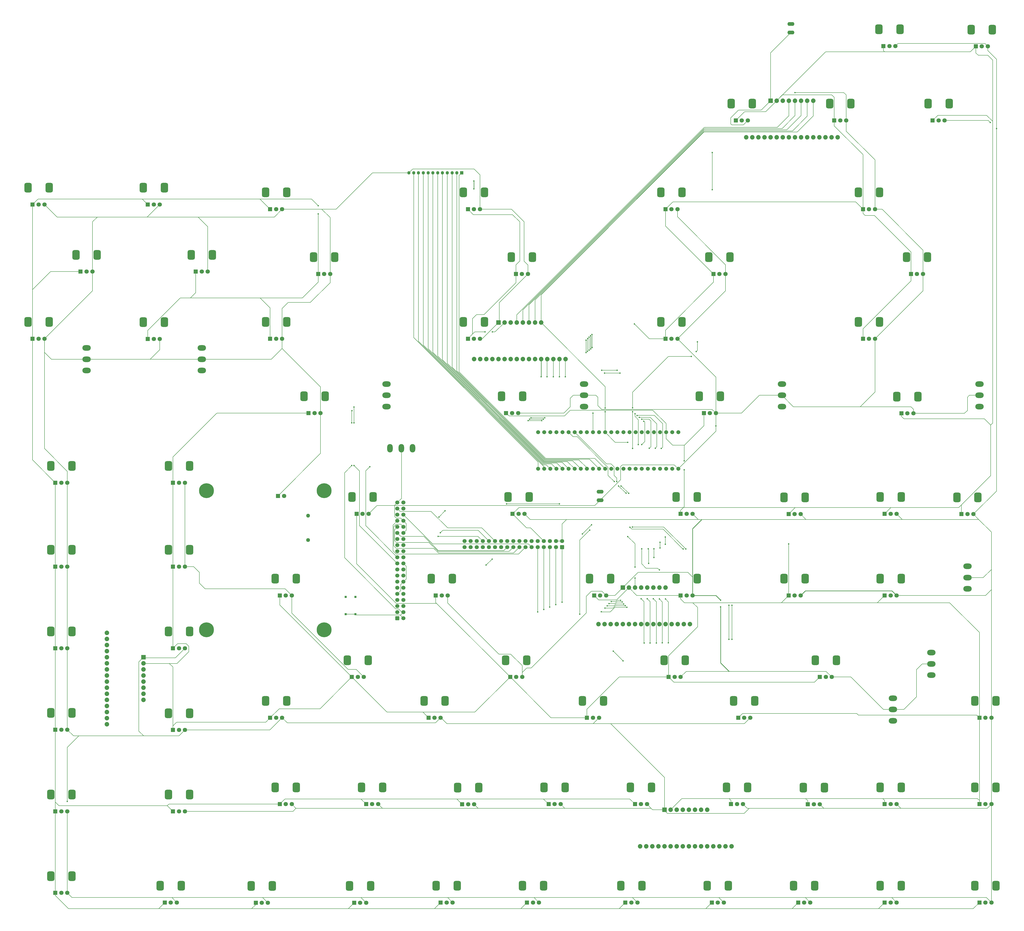
<source format=gbr>
%TF.GenerationSoftware,KiCad,Pcbnew,8.0.5*%
%TF.CreationDate,2024-10-29T20:02:02+01:00*%
%TF.ProjectId,troublemaker,74726f75-626c-4656-9d61-6b65722e6b69,rev?*%
%TF.SameCoordinates,Original*%
%TF.FileFunction,Copper,L2,Bot*%
%TF.FilePolarity,Positive*%
%FSLAX46Y46*%
G04 Gerber Fmt 4.6, Leading zero omitted, Abs format (unit mm)*
G04 Created by KiCad (PCBNEW 8.0.5) date 2024-10-29 20:02:02*
%MOMM*%
%LPD*%
G01*
G04 APERTURE LIST*
G04 Aperture macros list*
%AMRoundRect*
0 Rectangle with rounded corners*
0 $1 Rounding radius*
0 $2 $3 $4 $5 $6 $7 $8 $9 X,Y pos of 4 corners*
0 Add a 4 corners polygon primitive as box body*
4,1,4,$2,$3,$4,$5,$6,$7,$8,$9,$2,$3,0*
0 Add four circle primitives for the rounded corners*
1,1,$1+$1,$2,$3*
1,1,$1+$1,$4,$5*
1,1,$1+$1,$6,$7*
1,1,$1+$1,$8,$9*
0 Add four rect primitives between the rounded corners*
20,1,$1+$1,$2,$3,$4,$5,0*
20,1,$1+$1,$4,$5,$6,$7,0*
20,1,$1+$1,$6,$7,$8,$9,0*
20,1,$1+$1,$8,$9,$2,$3,0*%
G04 Aperture macros list end*
%TA.AperFunction,ComponentPad*%
%ADD10C,1.600000*%
%TD*%
%TA.AperFunction,ComponentPad*%
%ADD11O,1.600000X1.600000*%
%TD*%
%TA.AperFunction,ComponentPad*%
%ADD12R,1.800000X1.800000*%
%TD*%
%TA.AperFunction,ComponentPad*%
%ADD13C,1.800000*%
%TD*%
%TA.AperFunction,ComponentPad*%
%ADD14RoundRect,0.750000X0.750000X-1.250000X0.750000X1.250000X-0.750000X1.250000X-0.750000X-1.250000X0*%
%TD*%
%TA.AperFunction,ComponentPad*%
%ADD15O,3.500000X2.300000*%
%TD*%
%TA.AperFunction,ComponentPad*%
%ADD16O,2.900000X1.600000*%
%TD*%
%TA.AperFunction,ComponentPad*%
%ADD17R,1.350000X1.350000*%
%TD*%
%TA.AperFunction,ComponentPad*%
%ADD18O,1.350000X1.350000*%
%TD*%
%TA.AperFunction,ComponentPad*%
%ADD19RoundRect,0.250000X-0.600000X-0.600000X0.600000X-0.600000X0.600000X0.600000X-0.600000X0.600000X0*%
%TD*%
%TA.AperFunction,ComponentPad*%
%ADD20C,1.700000*%
%TD*%
%TA.AperFunction,ComponentPad*%
%ADD21C,1.665000*%
%TD*%
%TA.AperFunction,ComponentPad*%
%ADD22C,1.879600*%
%TD*%
%TA.AperFunction,ComponentPad*%
%ADD23R,1.879600X1.879600*%
%TD*%
%TA.AperFunction,ComponentPad*%
%ADD24R,0.850000X0.850000*%
%TD*%
%TA.AperFunction,ComponentPad*%
%ADD25O,2.300000X3.500000*%
%TD*%
%TA.AperFunction,ComponentPad*%
%ADD26C,6.200000*%
%TD*%
%TA.AperFunction,ComponentPad*%
%ADD27RoundRect,0.250000X0.600000X-0.600000X0.600000X0.600000X-0.600000X0.600000X-0.600000X-0.600000X0*%
%TD*%
%TA.AperFunction,ViaPad*%
%ADD28C,0.600000*%
%TD*%
%TA.AperFunction,Conductor*%
%ADD29C,0.200000*%
%TD*%
%TA.AperFunction,Conductor*%
%ADD30C,0.256000*%
%TD*%
G04 APERTURE END LIST*
D10*
%TO.P,R1,1*%
%TO.N,taptempo_LED_RPi16*%
X158800000Y-240060000D03*
D11*
%TO.P,R1,2*%
%TO.N,Net-(taptempo_led1-A)*%
X158800000Y-229900000D03*
%TD*%
D12*
%TO.P,RV5,1,1*%
%TO.N,3v3*%
X437000000Y-34250000D03*
D13*
%TO.P,RV5,2,2*%
%TO.N,Net-(U2-I4)*%
X439500000Y-34250000D03*
%TO.P,RV5,3,3*%
%TO.N,XT_GND*%
X442000000Y-34250000D03*
D14*
%TO.P,RV5,MP*%
%TO.N,N/C*%
X435100000Y-27250000D03*
X443900000Y-27250000D03*
%TD*%
D15*
%TO.P,SW10,1,A*%
%TO.N,sw_grain_playback*%
X418500000Y-296400000D03*
%TO.P,SW10,2,B*%
%TO.N,XT_GND*%
X418500000Y-291700000D03*
%TO.P,SW10,3,C*%
%TO.N,unconnected-(SW10-C-Pad3)*%
X418500000Y-287000000D03*
%TD*%
D12*
%TO.P,RV33,1,1*%
%TO.N,3v3*%
X307700000Y-156150000D03*
D13*
%TO.P,RV33,2,2*%
%TO.N,Net-(U3-I5)*%
X310200000Y-156150000D03*
%TO.P,RV33,3,3*%
%TO.N,XT_GND*%
X312700000Y-156150000D03*
D14*
%TO.P,RV33,MP*%
%TO.N,N/C*%
X305800000Y-149150000D03*
X314600000Y-149150000D03*
%TD*%
D12*
%TO.P,RV31,1,1*%
%TO.N,3v3*%
X307700000Y-102150000D03*
D13*
%TO.P,RV31,2,2*%
%TO.N,Net-(U3-I3)*%
X310200000Y-102150000D03*
%TO.P,RV31,3,3*%
%TO.N,XT_GND*%
X312700000Y-102150000D03*
D14*
%TO.P,RV31,MP*%
%TO.N,N/C*%
X305800000Y-95150000D03*
X314600000Y-95150000D03*
%TD*%
D12*
%TO.P,RV74,1,1*%
%TO.N,3v3*%
X399000000Y-350150000D03*
D13*
%TO.P,RV74,2,2*%
%TO.N,Net-(U6-I4)*%
X401500000Y-350150000D03*
%TO.P,RV74,3,3*%
%TO.N,XT_GND*%
X404000000Y-350150000D03*
D14*
%TO.P,RV74,MP*%
%TO.N,N/C*%
X397100000Y-343150000D03*
X405900000Y-343150000D03*
%TD*%
D12*
%TO.P,RV52,1,1*%
%TO.N,3v3*%
X314000000Y-263150000D03*
D13*
%TO.P,RV52,2,2*%
%TO.N,Net-(U4-I1)*%
X316500000Y-263150000D03*
%TO.P,RV52,3,3*%
%TO.N,XT_GND*%
X319000000Y-263150000D03*
D14*
%TO.P,RV52,MP*%
%TO.N,N/C*%
X312100000Y-256150000D03*
X320900000Y-256150000D03*
%TD*%
D12*
%TO.P,RV4,1,1*%
%TO.N,3v3*%
X419000000Y-65150000D03*
D13*
%TO.P,RV4,2,2*%
%TO.N,Net-(U2-I3)*%
X421500000Y-65150000D03*
%TO.P,RV4,3,3*%
%TO.N,XT_GND*%
X424000000Y-65150000D03*
D14*
%TO.P,RV4,MP*%
%TO.N,N/C*%
X417100000Y-58150000D03*
X425900000Y-58150000D03*
%TD*%
D12*
%TO.P,RV65,1,1*%
%TO.N,3v3*%
X372000000Y-297150000D03*
D13*
%TO.P,RV65,2,2*%
%TO.N,Net-(U4-I14)*%
X374500000Y-297150000D03*
%TO.P,RV65,3,3*%
%TO.N,XT_GND*%
X377000000Y-297150000D03*
D14*
%TO.P,RV65,MP*%
%TO.N,N/C*%
X370100000Y-290150000D03*
X378900000Y-290150000D03*
%TD*%
D12*
%TO.P,RV1,1,1*%
%TO.N,3v3*%
X337000000Y-65150000D03*
D13*
%TO.P,RV1,2,2*%
%TO.N,Net-(U2-I0)*%
X339500000Y-65150000D03*
%TO.P,RV1,3,3*%
%TO.N,XT_GND*%
X342000000Y-65150000D03*
D14*
%TO.P,RV1,MP*%
%TO.N,N/C*%
X335100000Y-58150000D03*
X343900000Y-58150000D03*
%TD*%
D12*
%TO.P,RV53,1,1*%
%TO.N,3v3*%
X359000000Y-229250000D03*
D13*
%TO.P,RV53,2,2*%
%TO.N,Net-(U4-I2)*%
X361500000Y-229250000D03*
%TO.P,RV53,3,3*%
%TO.N,XT_GND*%
X364000000Y-229250000D03*
D14*
%TO.P,RV53,MP*%
%TO.N,N/C*%
X357100000Y-222250000D03*
X365900000Y-222250000D03*
%TD*%
D12*
%TO.P,RV26,1,1*%
%TO.N,3v3*%
X159000000Y-187150000D03*
D13*
%TO.P,RV26,2,2*%
%TO.N,Net-(U2-I14)*%
X161500000Y-187150000D03*
%TO.P,RV26,3,3*%
%TO.N,XT_GND*%
X164000000Y-187150000D03*
D14*
%TO.P,RV26,MP*%
%TO.N,N/C*%
X157100000Y-180150000D03*
X165900000Y-180150000D03*
%TD*%
D12*
%TO.P,RV78,1,1*%
%TO.N,3v3*%
X178000000Y-391250000D03*
D13*
%TO.P,RV78,2,2*%
%TO.N,Net-(U6-I8)*%
X180500000Y-391250000D03*
%TO.P,RV78,3,3*%
%TO.N,XT_GND*%
X183000000Y-391250000D03*
D14*
%TO.P,RV78,MP*%
%TO.N,N/C*%
X176100000Y-384250000D03*
X184900000Y-384250000D03*
%TD*%
D12*
%TO.P,RV51,1,1*%
%TO.N,3v3*%
X314000000Y-229150000D03*
D13*
%TO.P,RV51,2,2*%
%TO.N,Net-(U4-I0)*%
X316500000Y-229150000D03*
%TO.P,RV51,3,3*%
%TO.N,XT_GND*%
X319000000Y-229150000D03*
D14*
%TO.P,RV51,MP*%
%TO.N,N/C*%
X312100000Y-222150000D03*
X320900000Y-222150000D03*
%TD*%
D12*
%TO.P,RV39,1,1*%
%TO.N,3v3*%
X212000000Y-263150000D03*
D13*
%TO.P,RV39,2,2*%
%TO.N,Net-(U3-I12)*%
X214500000Y-263150000D03*
%TO.P,RV39,3,3*%
%TO.N,XT_GND*%
X217000000Y-263150000D03*
D14*
%TO.P,RV39,MP*%
%TO.N,N/C*%
X210100000Y-256150000D03*
X218900000Y-256150000D03*
%TD*%
D12*
%TO.P,RV80,1,1*%
%TO.N,3v3*%
X250000000Y-391150000D03*
D13*
%TO.P,RV80,2,2*%
%TO.N,Net-(U6-I10)*%
X252500000Y-391150000D03*
%TO.P,RV80,3,3*%
%TO.N,XT_GND*%
X255000000Y-391150000D03*
D14*
%TO.P,RV80,MP*%
%TO.N,N/C*%
X248100000Y-384150000D03*
X256900000Y-384150000D03*
%TD*%
D12*
%TO.P,RV49,1,1*%
%TO.N,3v3*%
X244000000Y-229150000D03*
D13*
%TO.P,RV49,2,2*%
%TO.N,Net-(U3-I14)*%
X246500000Y-229150000D03*
%TO.P,RV49,3,3*%
%TO.N,XT_GND*%
X249000000Y-229150000D03*
D14*
%TO.P,RV49,MP*%
%TO.N,N/C*%
X242100000Y-222150000D03*
X250900000Y-222150000D03*
%TD*%
D12*
%TO.P,taptempo_led1,1,K*%
%TO.N,XT_GND*%
X146225000Y-221700000D03*
D13*
%TO.P,taptempo_led1,2,A*%
%TO.N,Net-(taptempo_led1-A)*%
X148765000Y-221700000D03*
%TD*%
D12*
%TO.P,RV57,1,1*%
%TO.N,3v3*%
X431000000Y-229250000D03*
D13*
%TO.P,RV57,2,2*%
%TO.N,Net-(U4-I6)*%
X433500000Y-229250000D03*
%TO.P,RV57,3,3*%
%TO.N,XT_GND*%
X436000000Y-229250000D03*
D14*
%TO.P,RV57,MP*%
%TO.N,N/C*%
X429100000Y-222250000D03*
X437900000Y-222250000D03*
%TD*%
D12*
%TO.P,RV61,1,1*%
%TO.N,3v3*%
X243000000Y-297150000D03*
D13*
%TO.P,RV61,2,2*%
%TO.N,Net-(U4-I10)*%
X245500000Y-297150000D03*
%TO.P,RV61,3,3*%
%TO.N,XT_GND*%
X248000000Y-297150000D03*
D14*
%TO.P,RV61,MP*%
%TO.N,N/C*%
X241100000Y-290150000D03*
X249900000Y-290150000D03*
%TD*%
D12*
%TO.P,RV64,1,1*%
%TO.N,3v3*%
X338000000Y-314150000D03*
D13*
%TO.P,RV64,2,2*%
%TO.N,Net-(U4-I13)*%
X340500000Y-314150000D03*
%TO.P,RV64,3,3*%
%TO.N,XT_GND*%
X343000000Y-314150000D03*
D14*
%TO.P,RV64,MP*%
%TO.N,N/C*%
X336100000Y-307150000D03*
X344900000Y-307150000D03*
%TD*%
D12*
%TO.P,RV81,1,1*%
%TO.N,3v3*%
X291000000Y-391150000D03*
D13*
%TO.P,RV81,2,2*%
%TO.N,Net-(U6-I11)*%
X293500000Y-391150000D03*
%TO.P,RV81,3,3*%
%TO.N,XT_GND*%
X296000000Y-391150000D03*
D14*
%TO.P,RV81,MP*%
%TO.N,N/C*%
X289100000Y-384150000D03*
X297900000Y-384150000D03*
%TD*%
D12*
%TO.P,RV59,1,1*%
%TO.N,3v3*%
X177000000Y-297150000D03*
D13*
%TO.P,RV59,2,2*%
%TO.N,Net-(U4-I8)*%
X179500000Y-297150000D03*
%TO.P,RV59,3,3*%
%TO.N,XT_GND*%
X182000000Y-297150000D03*
D14*
%TO.P,RV59,MP*%
%TO.N,N/C*%
X175100000Y-290150000D03*
X183900000Y-290150000D03*
%TD*%
D12*
%TO.P,RV24,1,1*%
%TO.N,3v3*%
X163000000Y-129150000D03*
D13*
%TO.P,RV24,2,2*%
%TO.N,Net-(U2-I12)*%
X165500000Y-129150000D03*
%TO.P,RV24,3,3*%
%TO.N,XT_GND*%
X168000000Y-129150000D03*
D14*
%TO.P,RV24,MP*%
%TO.N,N/C*%
X161100000Y-122150000D03*
X169900000Y-122150000D03*
%TD*%
D15*
%TO.P,SW9,1,A*%
%TO.N,sw_grain_type*%
X402500000Y-315400000D03*
%TO.P,SW9,2,B*%
%TO.N,XT_GND*%
X402500000Y-310700000D03*
%TO.P,SW9,3,C*%
%TO.N,unconnected-(SW9-C-Pad3)*%
X402500000Y-306000000D03*
%TD*%
D12*
%TO.P,RV9,1,1*%
%TO.N,3v3*%
X92000000Y-100150000D03*
D13*
%TO.P,RV9,2,2*%
%TO.N,Net-(U2-I8)*%
X94500000Y-100150000D03*
%TO.P,RV9,3,3*%
%TO.N,XT_GND*%
X97000000Y-100150000D03*
D14*
%TO.P,RV9,MP*%
%TO.N,N/C*%
X90100000Y-93150000D03*
X98900000Y-93150000D03*
%TD*%
D12*
%TO.P,RV14,1,1*%
%TO.N,3v3*%
X53500000Y-285150000D03*
D13*
%TO.P,RV14,2,2*%
%TO.N,Net-(U5-I4)*%
X56000000Y-285150000D03*
%TO.P,RV14,3,3*%
%TO.N,XT_GND*%
X58500000Y-285150000D03*
D14*
%TO.P,RV14,MP*%
%TO.N,N/C*%
X51600000Y-278150000D03*
X60400000Y-278150000D03*
%TD*%
D16*
%TO.P,SW7,1,1*%
%TO.N,XT_GND*%
X280500000Y-223450000D03*
%TO.P,SW7,2,2*%
%TO.N,btn_delay_taptempo*%
X280500000Y-219950000D03*
%TD*%
D12*
%TO.P,RV54,1,1*%
%TO.N,3v3*%
X359000000Y-263150000D03*
D13*
%TO.P,RV54,2,2*%
%TO.N,Net-(U4-I3)*%
X361500000Y-263150000D03*
%TO.P,RV54,3,3*%
%TO.N,XT_GND*%
X364000000Y-263150000D03*
D14*
%TO.P,RV54,MP*%
%TO.N,N/C*%
X357100000Y-256150000D03*
X365900000Y-256150000D03*
%TD*%
D12*
%TO.P,RV32,1,1*%
%TO.N,3v3*%
X327700000Y-129150000D03*
D13*
%TO.P,RV32,2,2*%
%TO.N,Net-(U3-I4)*%
X330200000Y-129150000D03*
%TO.P,RV32,3,3*%
%TO.N,XT_GND*%
X332700000Y-129150000D03*
D14*
%TO.P,RV32,MP*%
%TO.N,N/C*%
X325800000Y-122150000D03*
X334600000Y-122150000D03*
%TD*%
D12*
%TO.P,RV8,1,1*%
%TO.N,3v3*%
X44000000Y-156150000D03*
D13*
%TO.P,RV8,2,2*%
%TO.N,Net-(U2-I7)*%
X46500000Y-156150000D03*
%TO.P,RV8,3,3*%
%TO.N,XT_GND*%
X49000000Y-156150000D03*
D14*
%TO.P,RV8,MP*%
%TO.N,N/C*%
X42100000Y-149150000D03*
X50900000Y-149150000D03*
%TD*%
D15*
%TO.P,SW1,1,A*%
%TO.N,sw_eq2*%
X114500000Y-169400000D03*
%TO.P,SW1,2,B*%
%TO.N,XT_GND*%
X114500000Y-164700000D03*
%TO.P,SW1,3,C*%
%TO.N,unconnected-(SW1-C-Pad3)*%
X114500000Y-160000000D03*
%TD*%
D12*
%TO.P,RV25,1,1*%
%TO.N,3v3*%
X143000000Y-156130000D03*
D13*
%TO.P,RV25,2,2*%
%TO.N,Net-(U2-I13)*%
X145500000Y-156130000D03*
%TO.P,RV25,3,3*%
%TO.N,XT_GND*%
X148000000Y-156130000D03*
D14*
%TO.P,RV25,MP*%
%TO.N,N/C*%
X141100000Y-149130000D03*
X149900000Y-149130000D03*
%TD*%
D12*
%TO.P,RV68,1,1*%
%TO.N,3v3*%
X183000000Y-350150000D03*
D13*
%TO.P,RV68,2,2*%
%TO.N,Net-(U5-I12)*%
X185500000Y-350150000D03*
%TO.P,RV68,3,3*%
%TO.N,XT_GND*%
X188000000Y-350150000D03*
D14*
%TO.P,RV68,MP*%
%TO.N,N/C*%
X181100000Y-343150000D03*
X189900000Y-343150000D03*
%TD*%
D15*
%TO.P,SW3,1,A*%
%TO.N,sw_sub*%
X191500000Y-184400000D03*
%TO.P,SW3,2,B*%
%TO.N,XT_GND*%
X191500000Y-179700000D03*
%TO.P,SW3,3,C*%
%TO.N,unconnected-(SW3-C-Pad3)*%
X191500000Y-175000000D03*
%TD*%
%TO.P,SW2,1,A*%
%TO.N,sw_eq1*%
X66500000Y-169400000D03*
%TO.P,SW2,2,B*%
%TO.N,XT_GND*%
X66500000Y-164700000D03*
%TO.P,SW2,3,C*%
%TO.N,unconnected-(SW2-C-Pad3)*%
X66500000Y-160000000D03*
%TD*%
D12*
%TO.P,RV73,1,1*%
%TO.N,3v3*%
X367000000Y-350250000D03*
D13*
%TO.P,RV73,2,2*%
%TO.N,Net-(U6-I3)*%
X369500000Y-350250000D03*
%TO.P,RV73,3,3*%
%TO.N,XT_GND*%
X372000000Y-350250000D03*
D14*
%TO.P,RV73,MP*%
%TO.N,N/C*%
X365100000Y-343250000D03*
X373900000Y-343250000D03*
%TD*%
D12*
%TO.P,RV47,1,1*%
%TO.N,3v3*%
X147000000Y-263150000D03*
D13*
%TO.P,RV47,2,2*%
%TO.N,Net-(U3-I11)*%
X149500000Y-263150000D03*
%TO.P,RV47,3,3*%
%TO.N,XT_GND*%
X152000000Y-263150000D03*
D14*
%TO.P,RV47,MP*%
%TO.N,N/C*%
X145100000Y-256150000D03*
X153900000Y-256150000D03*
%TD*%
D12*
%TO.P,RV66,1,1*%
%TO.N,3v3*%
X438500000Y-314150000D03*
D13*
%TO.P,RV66,2,2*%
%TO.N,Net-(U4-I15)*%
X441000000Y-314150000D03*
%TO.P,RV66,3,3*%
%TO.N,XT_GND*%
X443500000Y-314150000D03*
D14*
%TO.P,RV66,MP*%
%TO.N,N/C*%
X436600000Y-307150000D03*
X445400000Y-307150000D03*
%TD*%
D12*
%TO.P,RV16,1,1*%
%TO.N,3v3*%
X53500000Y-353150000D03*
D13*
%TO.P,RV16,2,2*%
%TO.N,Net-(U5-I8)*%
X56000000Y-353150000D03*
%TO.P,RV16,3,3*%
%TO.N,XT_GND*%
X58500000Y-353150000D03*
D14*
%TO.P,RV16,MP*%
%TO.N,N/C*%
X51600000Y-346150000D03*
X60400000Y-346150000D03*
%TD*%
D12*
%TO.P,RV58,1,1*%
%TO.N,3v3*%
X143000000Y-314150000D03*
D13*
%TO.P,RV58,2,2*%
%TO.N,Net-(U4-I7)*%
X145500000Y-314150000D03*
%TO.P,RV58,3,3*%
%TO.N,XT_GND*%
X148000000Y-314150000D03*
D14*
%TO.P,RV58,MP*%
%TO.N,N/C*%
X141100000Y-307150000D03*
X149900000Y-307150000D03*
%TD*%
D12*
%TO.P,RV6,1,1*%
%TO.N,3v3*%
X44000000Y-100150000D03*
D13*
%TO.P,RV6,2,2*%
%TO.N,Net-(U2-I5)*%
X46500000Y-100150000D03*
%TO.P,RV6,3,3*%
%TO.N,XT_GND*%
X49000000Y-100150000D03*
D14*
%TO.P,RV6,MP*%
%TO.N,N/C*%
X42100000Y-93150000D03*
X50900000Y-93150000D03*
%TD*%
D12*
%TO.P,RV23,1,1*%
%TO.N,3v3*%
X143000000Y-102150000D03*
D13*
%TO.P,RV23,2,2*%
%TO.N,Net-(U2-I11)*%
X145500000Y-102150000D03*
%TO.P,RV23,3,3*%
%TO.N,XT_GND*%
X148000000Y-102150000D03*
D14*
%TO.P,RV23,MP*%
%TO.N,N/C*%
X141100000Y-95150000D03*
X149900000Y-95150000D03*
%TD*%
D12*
%TO.P,RV34,1,1*%
%TO.N,3v3*%
X323700000Y-187150000D03*
D13*
%TO.P,RV34,2,2*%
%TO.N,Net-(U3-I6)*%
X326200000Y-187150000D03*
%TO.P,RV34,3,3*%
%TO.N,XT_GND*%
X328700000Y-187150000D03*
D14*
%TO.P,RV34,MP*%
%TO.N,N/C*%
X321800000Y-180150000D03*
X330600000Y-180150000D03*
%TD*%
D12*
%TO.P,RV70,1,1*%
%TO.N,3v3*%
X259000000Y-350150000D03*
D13*
%TO.P,RV70,2,2*%
%TO.N,Net-(U6-I0)*%
X261500000Y-350150000D03*
%TO.P,RV70,3,3*%
%TO.N,XT_GND*%
X264000000Y-350150000D03*
D14*
%TO.P,RV70,MP*%
%TO.N,N/C*%
X257100000Y-343150000D03*
X265900000Y-343150000D03*
%TD*%
D12*
%TO.P,RV17,1,1*%
%TO.N,3v3*%
X53500000Y-387150000D03*
D13*
%TO.P,RV17,2,2*%
%TO.N,Net-(U5-I10)*%
X56000000Y-387150000D03*
%TO.P,RV17,3,3*%
%TO.N,XT_GND*%
X58500000Y-387150000D03*
D14*
%TO.P,RV17,MP*%
%TO.N,N/C*%
X51600000Y-380150000D03*
X60400000Y-380150000D03*
%TD*%
D12*
%TO.P,RV62,1,1*%
%TO.N,3v3*%
X275000000Y-314150000D03*
D13*
%TO.P,RV62,2,2*%
%TO.N,Net-(U4-I11)*%
X277500000Y-314150000D03*
%TO.P,RV62,3,3*%
%TO.N,XT_GND*%
X280000000Y-314150000D03*
D14*
%TO.P,RV62,MP*%
%TO.N,N/C*%
X273100000Y-307150000D03*
X281900000Y-307150000D03*
%TD*%
D16*
%TO.P,SW11,1,1*%
%TO.N,XT_GND*%
X360000000Y-28450000D03*
%TO.P,SW11,2,2*%
%TO.N,sampler_stop*%
X360000000Y-24950000D03*
%TD*%
D12*
%TO.P,RV50,1,1*%
%TO.N,3v3*%
X278000000Y-263150000D03*
D13*
%TO.P,RV50,2,2*%
%TO.N,Net-(U3-I15)*%
X280500000Y-263150000D03*
%TO.P,RV50,3,3*%
%TO.N,XT_GND*%
X283000000Y-263150000D03*
D14*
%TO.P,RV50,MP*%
%TO.N,N/C*%
X276100000Y-256150000D03*
X284900000Y-256150000D03*
%TD*%
D12*
%TO.P,RV83,1,1*%
%TO.N,3v3*%
X363000000Y-391150000D03*
D13*
%TO.P,RV83,2,2*%
%TO.N,Net-(U6-I13)*%
X365500000Y-391150000D03*
%TO.P,RV83,3,3*%
%TO.N,XT_GND*%
X368000000Y-391150000D03*
D14*
%TO.P,RV83,MP*%
%TO.N,N/C*%
X361100000Y-384150000D03*
X369900000Y-384150000D03*
%TD*%
D12*
%TO.P,RV69,1,1*%
%TO.N,3v3*%
X223000000Y-350250000D03*
D13*
%TO.P,RV69,2,2*%
%TO.N,Net-(U5-I13)*%
X225500000Y-350250000D03*
%TO.P,RV69,3,3*%
%TO.N,XT_GND*%
X228000000Y-350250000D03*
D14*
%TO.P,RV69,MP*%
%TO.N,N/C*%
X221100000Y-343250000D03*
X229900000Y-343250000D03*
%TD*%
D12*
%TO.P,RV13,1,1*%
%TO.N,3v3*%
X53500000Y-251150000D03*
D13*
%TO.P,RV13,2,2*%
%TO.N,Net-(U5-I2)*%
X56000000Y-251150000D03*
%TO.P,RV13,3,3*%
%TO.N,XT_GND*%
X58500000Y-251150000D03*
D14*
%TO.P,RV13,MP*%
%TO.N,N/C*%
X51600000Y-244150000D03*
X60400000Y-244150000D03*
%TD*%
D12*
%TO.P,RV28,1,1*%
%TO.N,3v3*%
X245400000Y-129150000D03*
D13*
%TO.P,RV28,2,2*%
%TO.N,Net-(U3-I0)*%
X247900000Y-129150000D03*
%TO.P,RV28,3,3*%
%TO.N,XT_GND*%
X250400000Y-129150000D03*
D14*
%TO.P,RV28,MP*%
%TO.N,N/C*%
X243500000Y-122150000D03*
X252300000Y-122150000D03*
%TD*%
D12*
%TO.P,RV82,1,1*%
%TO.N,3v3*%
X327000000Y-391150000D03*
D13*
%TO.P,RV82,2,2*%
%TO.N,Net-(U6-I12)*%
X329500000Y-391150000D03*
%TO.P,RV82,3,3*%
%TO.N,XT_GND*%
X332000000Y-391150000D03*
D14*
%TO.P,RV82,MP*%
%TO.N,N/C*%
X325100000Y-384150000D03*
X333900000Y-384150000D03*
%TD*%
D12*
%TO.P,RV2,1,1*%
%TO.N,3v3*%
X378000000Y-65150000D03*
D13*
%TO.P,RV2,2,2*%
%TO.N,Net-(U2-I1)*%
X380500000Y-65150000D03*
%TO.P,RV2,3,3*%
%TO.N,XT_GND*%
X383000000Y-65150000D03*
D14*
%TO.P,RV2,MP*%
%TO.N,N/C*%
X376100000Y-58150000D03*
X384900000Y-58150000D03*
%TD*%
D12*
%TO.P,RV71,1,1*%
%TO.N,3v3*%
X295000000Y-350150000D03*
D13*
%TO.P,RV71,2,2*%
%TO.N,Net-(U6-I1)*%
X297500000Y-350150000D03*
%TO.P,RV71,3,3*%
%TO.N,XT_GND*%
X300000000Y-350150000D03*
D14*
%TO.P,RV71,MP*%
%TO.N,N/C*%
X293100000Y-343150000D03*
X301900000Y-343150000D03*
%TD*%
D12*
%TO.P,RV18,1,1*%
%TO.N,3v3*%
X102500000Y-216150000D03*
D13*
%TO.P,RV18,2,2*%
%TO.N,Net-(U5-I1)*%
X105000000Y-216150000D03*
%TO.P,RV18,3,3*%
%TO.N,XT_GND*%
X107500000Y-216150000D03*
D14*
%TO.P,RV18,MP*%
%TO.N,N/C*%
X100600000Y-209150000D03*
X109400000Y-209150000D03*
%TD*%
D12*
%TO.P,RV10,1,1*%
%TO.N,3v3*%
X112000000Y-128150000D03*
D13*
%TO.P,RV10,2,2*%
%TO.N,Net-(U2-I9)*%
X114500000Y-128150000D03*
%TO.P,RV10,3,3*%
%TO.N,XT_GND*%
X117000000Y-128150000D03*
D14*
%TO.P,RV10,MP*%
%TO.N,N/C*%
X110100000Y-121150000D03*
X118900000Y-121150000D03*
%TD*%
D15*
%TO.P,SW5,1,A*%
%TO.N,sw_mid*%
X356200000Y-184400000D03*
%TO.P,SW5,2,B*%
%TO.N,XT_GND*%
X356200000Y-179700000D03*
%TO.P,SW5,3,C*%
%TO.N,unconnected-(SW5-C-Pad3)*%
X356200000Y-175000000D03*
%TD*%
%TO.P,SW8,1,A*%
%TO.N,sw_delay_type*%
X433500000Y-260400000D03*
%TO.P,SW8,2,B*%
%TO.N,XT_GND*%
X433500000Y-255700000D03*
%TO.P,SW8,3,C*%
%TO.N,unconnected-(SW8-C-Pad3)*%
X433500000Y-251000000D03*
%TD*%
D12*
%TO.P,RV79,1,1*%
%TO.N,3v3*%
X214000000Y-391150000D03*
D13*
%TO.P,RV79,2,2*%
%TO.N,Net-(U6-I9)*%
X216500000Y-391150000D03*
%TO.P,RV79,3,3*%
%TO.N,XT_GND*%
X219000000Y-391150000D03*
D14*
%TO.P,RV79,MP*%
%TO.N,N/C*%
X212100000Y-384150000D03*
X220900000Y-384150000D03*
%TD*%
D12*
%TO.P,RV22,1,1*%
%TO.N,3v3*%
X102500000Y-353150000D03*
D13*
%TO.P,RV22,2,2*%
%TO.N,Net-(U5-I9)*%
X105000000Y-353150000D03*
%TO.P,RV22,3,3*%
%TO.N,XT_GND*%
X107500000Y-353150000D03*
D14*
%TO.P,RV22,MP*%
%TO.N,N/C*%
X100600000Y-346150000D03*
X109400000Y-346150000D03*
%TD*%
D12*
%TO.P,RV75,1,1*%
%TO.N,3v3*%
X438500000Y-350150000D03*
D13*
%TO.P,RV75,2,2*%
%TO.N,Net-(U6-I5)*%
X441000000Y-350150000D03*
%TO.P,RV75,3,3*%
%TO.N,XT_GND*%
X443500000Y-350150000D03*
D14*
%TO.P,RV75,MP*%
%TO.N,N/C*%
X436600000Y-343150000D03*
X445400000Y-343150000D03*
%TD*%
D12*
%TO.P,RV77,1,1*%
%TO.N,3v3*%
X137000000Y-391250000D03*
D13*
%TO.P,RV77,2,2*%
%TO.N,Net-(U6-I7)*%
X139500000Y-391250000D03*
%TO.P,RV77,3,3*%
%TO.N,XT_GND*%
X142000000Y-391250000D03*
D14*
%TO.P,RV77,MP*%
%TO.N,N/C*%
X135100000Y-384250000D03*
X143900000Y-384250000D03*
%TD*%
D12*
%TO.P,RV76,1,1*%
%TO.N,3v3*%
X99100000Y-391150000D03*
D13*
%TO.P,RV76,2,2*%
%TO.N,Net-(U6-I6)*%
X101600000Y-391150000D03*
%TO.P,RV76,3,3*%
%TO.N,XT_GND*%
X104100000Y-391150000D03*
D14*
%TO.P,RV76,MP*%
%TO.N,N/C*%
X97200000Y-384150000D03*
X106000000Y-384150000D03*
%TD*%
D12*
%TO.P,RV19,1,1*%
%TO.N,3v3*%
X102500000Y-251150000D03*
D13*
%TO.P,RV19,2,2*%
%TO.N,Net-(U5-I3)*%
X105000000Y-251150000D03*
%TO.P,RV19,3,3*%
%TO.N,XT_GND*%
X107500000Y-251150000D03*
D14*
%TO.P,RV19,MP*%
%TO.N,N/C*%
X100600000Y-244150000D03*
X109400000Y-244150000D03*
%TD*%
D12*
%TO.P,RV55,1,1*%
%TO.N,3v3*%
X399000000Y-229150000D03*
D13*
%TO.P,RV55,2,2*%
%TO.N,Net-(U4-I4)*%
X401500000Y-229150000D03*
%TO.P,RV55,3,3*%
%TO.N,XT_GND*%
X404000000Y-229150000D03*
D14*
%TO.P,RV55,MP*%
%TO.N,N/C*%
X397100000Y-222150000D03*
X405900000Y-222150000D03*
%TD*%
D12*
%TO.P,RV15,1,1*%
%TO.N,3v3*%
X53500000Y-319150000D03*
D13*
%TO.P,RV15,2,2*%
%TO.N,Net-(U5-I6)*%
X56000000Y-319150000D03*
%TO.P,RV15,3,3*%
%TO.N,XT_GND*%
X58500000Y-319150000D03*
D14*
%TO.P,RV15,MP*%
%TO.N,N/C*%
X51600000Y-312150000D03*
X60400000Y-312150000D03*
%TD*%
D12*
%TO.P,RV48,1,1*%
%TO.N,3v3*%
X179000000Y-229150000D03*
D13*
%TO.P,RV48,2,2*%
%TO.N,Net-(U3-I13)*%
X181500000Y-229150000D03*
%TO.P,RV48,3,3*%
%TO.N,XT_GND*%
X184000000Y-229150000D03*
D14*
%TO.P,RV48,MP*%
%TO.N,N/C*%
X177100000Y-222150000D03*
X185900000Y-222150000D03*
%TD*%
D12*
%TO.P,RV72,1,1*%
%TO.N,3v3*%
X335000000Y-350150000D03*
D13*
%TO.P,RV72,2,2*%
%TO.N,Net-(U6-I2)*%
X337500000Y-350150000D03*
%TO.P,RV72,3,3*%
%TO.N,XT_GND*%
X340000000Y-350150000D03*
D14*
%TO.P,RV72,MP*%
%TO.N,N/C*%
X333100000Y-343150000D03*
X341900000Y-343150000D03*
%TD*%
D12*
%TO.P,RV63,1,1*%
%TO.N,3v3*%
X309000000Y-297150000D03*
D13*
%TO.P,RV63,2,2*%
%TO.N,Net-(U4-I12)*%
X311500000Y-297150000D03*
%TO.P,RV63,3,3*%
%TO.N,XT_GND*%
X314000000Y-297150000D03*
D14*
%TO.P,RV63,MP*%
%TO.N,N/C*%
X307100000Y-290150000D03*
X315900000Y-290150000D03*
%TD*%
D12*
%TO.P,RV11,1,1*%
%TO.N,3v3*%
X92000000Y-156250000D03*
D13*
%TO.P,RV11,2,2*%
%TO.N,Net-(U2-I10)*%
X94500000Y-156250000D03*
%TO.P,RV11,3,3*%
%TO.N,XT_GND*%
X97000000Y-156250000D03*
D14*
%TO.P,RV11,MP*%
%TO.N,N/C*%
X90100000Y-149250000D03*
X98900000Y-149250000D03*
%TD*%
D12*
%TO.P,RV27,1,1*%
%TO.N,3v3*%
X225400000Y-102150000D03*
D13*
%TO.P,RV27,2,2*%
%TO.N,Net-(U2-I15)*%
X227900000Y-102150000D03*
%TO.P,RV27,3,3*%
%TO.N,XT_GND*%
X230400000Y-102150000D03*
D14*
%TO.P,RV27,MP*%
%TO.N,N/C*%
X223500000Y-95150000D03*
X232300000Y-95150000D03*
%TD*%
D12*
%TO.P,RV84,1,1*%
%TO.N,3v3*%
X399000000Y-391150000D03*
D13*
%TO.P,RV84,2,2*%
%TO.N,Net-(U6-I14)*%
X401500000Y-391150000D03*
%TO.P,RV84,3,3*%
%TO.N,XT_GND*%
X404000000Y-391150000D03*
D14*
%TO.P,RV84,MP*%
%TO.N,N/C*%
X397100000Y-384150000D03*
X405900000Y-384150000D03*
%TD*%
D12*
%TO.P,RV38,1,1*%
%TO.N,3v3*%
X406000000Y-187250000D03*
D13*
%TO.P,RV38,2,2*%
%TO.N,Net-(U3-I10)*%
X408500000Y-187250000D03*
%TO.P,RV38,3,3*%
%TO.N,XT_GND*%
X411000000Y-187250000D03*
D14*
%TO.P,RV38,MP*%
%TO.N,N/C*%
X404100000Y-180250000D03*
X412900000Y-180250000D03*
%TD*%
D12*
%TO.P,RV7,1,1*%
%TO.N,3v3*%
X64000000Y-128150000D03*
D13*
%TO.P,RV7,2,2*%
%TO.N,Net-(U2-I6)*%
X66500000Y-128150000D03*
%TO.P,RV7,3,3*%
%TO.N,XT_GND*%
X69000000Y-128150000D03*
D14*
%TO.P,RV7,MP*%
%TO.N,N/C*%
X62100000Y-121150000D03*
X70900000Y-121150000D03*
%TD*%
D12*
%TO.P,RV37,1,1*%
%TO.N,3v3*%
X390000000Y-156150000D03*
D13*
%TO.P,RV37,2,2*%
%TO.N,Net-(U3-I9)*%
X392500000Y-156150000D03*
%TO.P,RV37,3,3*%
%TO.N,XT_GND*%
X395000000Y-156150000D03*
D14*
%TO.P,RV37,MP*%
%TO.N,N/C*%
X388100000Y-149150000D03*
X396900000Y-149150000D03*
%TD*%
D12*
%TO.P,RV3,1,1*%
%TO.N,3v3*%
X398500000Y-34150000D03*
D13*
%TO.P,RV3,2,2*%
%TO.N,Net-(U2-I2)*%
X401000000Y-34150000D03*
%TO.P,RV3,3,3*%
%TO.N,XT_GND*%
X403500000Y-34150000D03*
D14*
%TO.P,RV3,MP*%
%TO.N,N/C*%
X396600000Y-27150000D03*
X405400000Y-27150000D03*
%TD*%
D12*
%TO.P,RV36,1,1*%
%TO.N,3v3*%
X410000000Y-129150000D03*
D13*
%TO.P,RV36,2,2*%
%TO.N,Net-(U3-I8)*%
X412500000Y-129150000D03*
%TO.P,RV36,3,3*%
%TO.N,XT_GND*%
X415000000Y-129150000D03*
D14*
%TO.P,RV36,MP*%
%TO.N,N/C*%
X408100000Y-122150000D03*
X416900000Y-122150000D03*
%TD*%
D12*
%TO.P,RV35,1,1*%
%TO.N,3v3*%
X390000000Y-102150000D03*
D13*
%TO.P,RV35,2,2*%
%TO.N,Net-(U3-I7)*%
X392500000Y-102150000D03*
%TO.P,RV35,3,3*%
%TO.N,XT_GND*%
X395000000Y-102150000D03*
D14*
%TO.P,RV35,MP*%
%TO.N,N/C*%
X388100000Y-95150000D03*
X396900000Y-95150000D03*
%TD*%
D12*
%TO.P,RV67,1,1*%
%TO.N,3v3*%
X147000000Y-350150000D03*
D13*
%TO.P,RV67,2,2*%
%TO.N,Net-(U5-I11)*%
X149500000Y-350150000D03*
%TO.P,RV67,3,3*%
%TO.N,XT_GND*%
X152000000Y-350150000D03*
D14*
%TO.P,RV67,MP*%
%TO.N,N/C*%
X145100000Y-343150000D03*
X153900000Y-343150000D03*
%TD*%
D12*
%TO.P,RV85,1,1*%
%TO.N,3v3*%
X438500000Y-391150000D03*
D13*
%TO.P,RV85,2,2*%
%TO.N,Net-(U6-I15)*%
X441000000Y-391150000D03*
%TO.P,RV85,3,3*%
%TO.N,XT_GND*%
X443500000Y-391150000D03*
D14*
%TO.P,RV85,MP*%
%TO.N,N/C*%
X436600000Y-384150000D03*
X445400000Y-384150000D03*
%TD*%
D12*
%TO.P,RV29,1,1*%
%TO.N,3v3*%
X225400000Y-156150000D03*
D13*
%TO.P,RV29,2,2*%
%TO.N,Net-(U3-I1)*%
X227900000Y-156150000D03*
%TO.P,RV29,3,3*%
%TO.N,XT_GND*%
X230400000Y-156150000D03*
D14*
%TO.P,RV29,MP*%
%TO.N,N/C*%
X223500000Y-149150000D03*
X232300000Y-149150000D03*
%TD*%
D12*
%TO.P,RV21,1,1*%
%TO.N,3v3*%
X102500000Y-319250000D03*
D13*
%TO.P,RV21,2,2*%
%TO.N,Net-(U5-I7)*%
X105000000Y-319250000D03*
%TO.P,RV21,3,3*%
%TO.N,XT_GND*%
X107500000Y-319250000D03*
D14*
%TO.P,RV21,MP*%
%TO.N,N/C*%
X100600000Y-312250000D03*
X109400000Y-312250000D03*
%TD*%
D12*
%TO.P,RV56,1,1*%
%TO.N,3v3*%
X399000000Y-263150000D03*
D13*
%TO.P,RV56,2,2*%
%TO.N,Net-(U4-I5)*%
X401500000Y-263150000D03*
%TO.P,RV56,3,3*%
%TO.N,XT_GND*%
X404000000Y-263150000D03*
D14*
%TO.P,RV56,MP*%
%TO.N,N/C*%
X397100000Y-256150000D03*
X405900000Y-256150000D03*
%TD*%
D15*
%TO.P,SW4,1,A*%
%TO.N,sw_bass*%
X273800000Y-184400000D03*
%TO.P,SW4,2,B*%
%TO.N,XT_GND*%
X273800000Y-179700000D03*
%TO.P,SW4,3,C*%
%TO.N,unconnected-(SW4-C-Pad3)*%
X273800000Y-175000000D03*
%TD*%
%TO.P,SW6,1,A*%
%TO.N,sw_high*%
X438533202Y-184400197D03*
%TO.P,SW6,2,B*%
%TO.N,XT_GND*%
X438533202Y-179700197D03*
%TO.P,SW6,3,C*%
%TO.N,unconnected-(SW6-C-Pad3)*%
X438533202Y-175000197D03*
%TD*%
D12*
%TO.P,RV30,1,1*%
%TO.N,3v3*%
X241300000Y-187150000D03*
D13*
%TO.P,RV30,2,2*%
%TO.N,Net-(U3-I2)*%
X243800000Y-187150000D03*
%TO.P,RV30,3,3*%
%TO.N,XT_GND*%
X246300000Y-187150000D03*
D14*
%TO.P,RV30,MP*%
%TO.N,N/C*%
X239400000Y-180150000D03*
X248200000Y-180150000D03*
%TD*%
D12*
%TO.P,RV12,1,1*%
%TO.N,3v3*%
X53500000Y-216150000D03*
D13*
%TO.P,RV12,2,2*%
%TO.N,Net-(U5-I0)*%
X56000000Y-216150000D03*
%TO.P,RV12,3,3*%
%TO.N,XT_GND*%
X58500000Y-216150000D03*
D14*
%TO.P,RV12,MP*%
%TO.N,N/C*%
X51600000Y-209150000D03*
X60400000Y-209150000D03*
%TD*%
D12*
%TO.P,RV20,1,1*%
%TO.N,3v3*%
X102500000Y-285150000D03*
D13*
%TO.P,RV20,2,2*%
%TO.N,Net-(U5-I5)*%
X105000000Y-285150000D03*
%TO.P,RV20,3,3*%
%TO.N,XT_GND*%
X107500000Y-285150000D03*
D14*
%TO.P,RV20,MP*%
%TO.N,N/C*%
X100600000Y-278150000D03*
X109400000Y-278150000D03*
%TD*%
D12*
%TO.P,RV60,1,1*%
%TO.N,3v3*%
X209000000Y-314150000D03*
D13*
%TO.P,RV60,2,2*%
%TO.N,Net-(U4-I9)*%
X211500000Y-314150000D03*
%TO.P,RV60,3,3*%
%TO.N,XT_GND*%
X214000000Y-314150000D03*
D14*
%TO.P,RV60,MP*%
%TO.N,N/C*%
X207100000Y-307150000D03*
X215900000Y-307150000D03*
%TD*%
D17*
%TO.P,J5,1,Pin_1*%
%TO.N,sampler_1*%
X222800000Y-87000000D03*
D18*
%TO.P,J5,2,Pin_2*%
%TO.N,sampler_2*%
X220800000Y-87000000D03*
%TO.P,J5,3,Pin_3*%
%TO.N,sampler_3*%
X218800000Y-87000000D03*
%TO.P,J5,4,Pin_4*%
%TO.N,sampler_4*%
X216800000Y-87000000D03*
%TO.P,J5,5,Pin_5*%
%TO.N,samlper_5*%
X214800000Y-87000000D03*
%TO.P,J5,6,Pin_6*%
%TO.N,sampler_6*%
X212800000Y-87000000D03*
%TO.P,J5,7,Pin_7*%
%TO.N,sampler_7*%
X210800000Y-87000000D03*
%TO.P,J5,8,Pin_8*%
%TO.N,sampler_8*%
X208800000Y-87000000D03*
%TO.P,J5,9,Pin_9*%
%TO.N,sampler_9*%
X206800000Y-87000000D03*
%TO.P,J5,10,Pin_10*%
%TO.N,sampler_10*%
X204800000Y-87000000D03*
%TO.P,J5,11,Pin_11*%
%TO.N,sampler_11*%
X202800000Y-87000000D03*
%TO.P,J5,12,Pin_12*%
%TO.N,XT_GND*%
X200800000Y-87000000D03*
%TD*%
D19*
%TO.P,J1,1,Pin_1*%
%TO.N,unconnected-(J1-Pin_1-Pad1)*%
X196000000Y-272680000D03*
D20*
%TO.P,J1,2,Pin_2*%
%TO.N,XT_RPi_5v*%
X198540000Y-272680000D03*
%TO.P,J1,3,Pin_3*%
%TO.N,unconnected-(J1-Pin_3-Pad3)*%
X196000000Y-270140000D03*
%TO.P,J1,4,Pin_4*%
%TO.N,XT_RPi_5v*%
X198540000Y-270140000D03*
%TO.P,J1,5,Pin_5*%
%TO.N,unconnected-(J1-Pin_5-Pad5)*%
X196000000Y-267600000D03*
%TO.P,J1,6,Pin_6*%
%TO.N,XT_GND*%
X198540000Y-267600000D03*
%TO.P,J1,7,Pin_7*%
%TO.N,XT_RPi7*%
X196000000Y-265060000D03*
%TO.P,J1,8,Pin_8*%
%TO.N,XT_RPi8*%
X198540000Y-265060000D03*
%TO.P,J1,9,Pin_9*%
%TO.N,XT_GND*%
X196000000Y-262520000D03*
%TO.P,J1,10,Pin_10*%
%TO.N,XT_RPi10*%
X198540000Y-262520000D03*
%TO.P,J1,11,Pin_11*%
%TO.N,XT_RPi11*%
X196000000Y-259980000D03*
%TO.P,J1,12,Pin_12*%
%TO.N,unconnected-(J1-Pin_12-Pad12)*%
X198540000Y-259980000D03*
%TO.P,J1,13,Pin_13*%
%TO.N,XT_RPi13*%
X196000000Y-257440000D03*
%TO.P,J1,14,Pin_14*%
%TO.N,XT_GND*%
X198540000Y-257440000D03*
%TO.P,J1,15,Pin_15*%
%TO.N,XT_RPi15*%
X196000000Y-254900000D03*
%TO.P,J1,16,Pin_16*%
%TO.N,taptempo_LED_RPi16*%
X198540000Y-254900000D03*
%TO.P,J1,17,Pin_17*%
%TO.N,unconnected-(J1-Pin_17-Pad17)*%
X196000000Y-252360000D03*
%TO.P,J1,18,Pin_18*%
%TO.N,XT_RPi18*%
X198540000Y-252360000D03*
%TO.P,J1,19,Pin_19*%
%TO.N,neopixel_data*%
X196000000Y-249820000D03*
%TO.P,J1,20,Pin_20*%
%TO.N,XT_GND*%
X198540000Y-249820000D03*
%TO.P,J1,21,Pin_21*%
%TO.N,sw_input_mode_RPi21*%
X196000000Y-247280000D03*
%TO.P,J1,22,Pin_22*%
%TO.N,unconnected-(J1-Pin_22-Pad22)*%
X198540000Y-247280000D03*
%TO.P,J1,23,Pin_23*%
%TO.N,XT_RPi23*%
X196000000Y-244740000D03*
%TO.P,J1,24,Pin_24*%
%TO.N,unconnected-(J1-Pin_24-Pad24)*%
X198540000Y-244740000D03*
%TO.P,J1,25,Pin_25*%
%TO.N,XT_GND*%
X196000000Y-242200000D03*
%TO.P,J1,26,Pin_26*%
%TO.N,unconnected-(J1-Pin_26-Pad26)*%
X198540000Y-242200000D03*
%TO.P,J1,27,Pin_27*%
%TO.N,unconnected-(J1-Pin_27-Pad27)*%
X196000000Y-239660000D03*
%TO.P,J1,28,Pin_28*%
%TO.N,unconnected-(J1-Pin_28-Pad28)*%
X198540000Y-239660000D03*
%TO.P,J1,29,Pin_29*%
%TO.N,XT_RPi29*%
X196000000Y-237120000D03*
%TO.P,J1,30,Pin_30*%
%TO.N,XT_GND*%
X198540000Y-237120000D03*
%TO.P,J1,31,Pin_31*%
%TO.N,XT_RPi31*%
X196000000Y-234580000D03*
%TO.P,J1,32,Pin_32*%
%TO.N,XT_RPi32*%
X198540000Y-234580000D03*
%TO.P,J1,33,Pin_33*%
%TO.N,XT_RPi33*%
X196000000Y-232040000D03*
%TO.P,J1,34,Pin_34*%
%TO.N,XT_GND*%
X198540000Y-232040000D03*
%TO.P,J1,35,Pin_35*%
%TO.N,unconnected-(J1-Pin_35-Pad35)*%
X196000000Y-229500000D03*
%TO.P,J1,36,Pin_36*%
%TO.N,XT_RPi36*%
X198540000Y-229500000D03*
%TO.P,J1,37,Pin_37*%
%TO.N,XT_RPi37*%
X196000000Y-226960000D03*
%TO.P,J1,38,Pin_38*%
%TO.N,unconnected-(J1-Pin_38-Pad38)*%
X198540000Y-226960000D03*
%TO.P,J1,39,Pin_39*%
%TO.N,XT_GND*%
X196000000Y-224420000D03*
%TO.P,J1,40,Pin_40*%
%TO.N,unconnected-(J1-Pin_40-Pad40)*%
X198540000Y-224420000D03*
%TD*%
D21*
%TO.P,IC1,1,TX1*%
%TO.N,unconnected-(IC1-TX1-Pad1)*%
X307970000Y-210350000D03*
%TO.P,IC1,2,OUT2*%
%TO.N,mux_s0*%
X305430000Y-210350000D03*
%TO.P,IC1,3,LRCLK2*%
%TO.N,mux_s1*%
X302890000Y-210350000D03*
%TO.P,IC1,4,BCLK2*%
%TO.N,mux_s2*%
X300350000Y-210350000D03*
%TO.P,IC1,5,IN2*%
%TO.N,mux_s3*%
X297810000Y-210350000D03*
%TO.P,IC1,6,OUT1D*%
%TO.N,mux1_enable*%
X295270000Y-210350000D03*
%TO.P,IC1,7,RX2*%
%TO.N,mux2_enable*%
X292730000Y-210350000D03*
%TO.P,IC1,8,TX2*%
%TO.N,mux3_enable*%
X290190000Y-210350000D03*
%TO.P,IC1,9,OUT1C*%
%TO.N,mux4_enable*%
X287650000Y-210350000D03*
%TO.P,IC1,10,CS_1*%
%TO.N,mux5_enable*%
X285110000Y-210350000D03*
%TO.P,IC1,11,MOSI*%
%TO.N,sampler_1*%
X282570000Y-210350000D03*
%TO.P,IC1,12,MISO*%
%TO.N,sampler_2*%
X280030000Y-210350000D03*
%TO.P,IC1,13,SCK*%
%TO.N,unconnected-(IC1-SCK-Pad13)*%
X280030000Y-195110000D03*
%TO.P,IC1,14,A0*%
%TO.N,mux_signal*%
X282570000Y-195110000D03*
%TO.P,IC1,15,A1*%
%TO.N,sw_eq1*%
X285110000Y-195110000D03*
%TO.P,IC1,16,A2*%
%TO.N,sw_eq2*%
X287650000Y-195110000D03*
%TO.P,IC1,17,A3*%
%TO.N,sw_sub*%
X290190000Y-195110000D03*
%TO.P,IC1,18,A4*%
%TO.N,sw_bass*%
X292730000Y-195110000D03*
%TO.P,IC1,19,A5*%
%TO.N,sw_mid*%
X295270000Y-195110000D03*
%TO.P,IC1,20,A6*%
%TO.N,sw_high*%
X297810000Y-195110000D03*
%TO.P,IC1,21,A7*%
%TO.N,btn_delay_taptempo*%
X300350000Y-195110000D03*
%TO.P,IC1,22,A8*%
%TO.N,sw_delay_type*%
X302890000Y-195110000D03*
%TO.P,IC1,23,A9*%
%TO.N,sampler_stop*%
X305430000Y-195110000D03*
%TO.P,IC1,24,A10*%
%TO.N,sampler_3*%
X274950000Y-210350000D03*
%TO.P,IC1,25,A11*%
%TO.N,sampler_4*%
X272410000Y-210350000D03*
%TO.P,IC1,26,A12*%
%TO.N,samlper_5*%
X269870000Y-210350000D03*
%TO.P,IC1,27,A13*%
%TO.N,sampler_6*%
X267330000Y-210350000D03*
%TO.P,IC1,28,RX7*%
%TO.N,sampler_7*%
X264790000Y-210350000D03*
%TO.P,IC1,29,TX7*%
%TO.N,sampler_8*%
X262250000Y-210350000D03*
%TO.P,IC1,30,CRX3*%
%TO.N,sampler_9*%
X259710000Y-210350000D03*
%TO.P,IC1,31,CTX3*%
%TO.N,sampler_10*%
X257170000Y-210350000D03*
%TO.P,IC1,32,OUT1B*%
%TO.N,sampler_11*%
X254630000Y-210350000D03*
%TO.P,IC1,33,MCLK2*%
%TO.N,XT_Teensy33*%
X254630000Y-195110000D03*
%TO.P,IC1,34,RX8*%
%TO.N,XT_Teensy34*%
X257170000Y-195110000D03*
%TO.P,IC1,35,TX8*%
%TO.N,XT_Teensy35*%
X259710000Y-195110000D03*
%TO.P,IC1,36,CS_2*%
%TO.N,XT_Teensy36*%
X262250000Y-195110000D03*
%TO.P,IC1,37,CS_3*%
%TO.N,XT_Teensy37*%
X264790000Y-195110000D03*
%TO.P,IC1,38,A14*%
%TO.N,sw_grain_type*%
X267330000Y-195110000D03*
%TO.P,IC1,39,A15*%
%TO.N,sw_grain_playback*%
X269870000Y-195110000D03*
%TO.P,IC1,40,A16*%
%TO.N,XT_Teensy40*%
X272410000Y-195110000D03*
%TO.P,IC1,41,A17*%
%TO.N,XT_Teensy41*%
X274950000Y-195110000D03*
%TO.P,IC1,42,3.3V_1*%
%TO.N,unconnected-(IC1-3.3V_1-Pad42)*%
X277490000Y-210350000D03*
%TO.P,IC1,53,3.3V_(250_M_A_MAX)*%
%TO.N,3v3*%
X307970000Y-195110000D03*
%TO.P,IC1,55,VIN_(3.6_TO_5.5_VOLTS)*%
%TO.N,unconnected-(IC1-VIN_(3.6_TO_5.5_VOLTS)-Pad55)*%
X313050000Y-195110000D03*
%TO.P,IC1,57,RX1*%
%TO.N,unconnected-(IC1-RX1-Pad57)*%
X310510000Y-210350000D03*
%TO.P,IC1,69,GND_4*%
%TO.N,XT_GND*%
X277490000Y-195110000D03*
%TO.P,IC1,70,GND_5*%
X310510000Y-195110000D03*
%TO.P,IC1,71,GND_6*%
X313050000Y-210350000D03*
%TD*%
D22*
%TO.P,U5,1,COM*%
%TO.N,mux_signal*%
X90240000Y-306700000D03*
%TO.P,U5,2,I7*%
%TO.N,Net-(U5-I7)*%
X75000000Y-296540000D03*
%TO.P,U5,3,I6*%
%TO.N,Net-(U5-I6)*%
X75000000Y-294000000D03*
%TO.P,U5,4,I5*%
%TO.N,Net-(U5-I5)*%
X75000000Y-291460000D03*
%TO.P,U5,5,I4*%
%TO.N,Net-(U5-I4)*%
X75000000Y-288920000D03*
%TO.P,U5,6,I3*%
%TO.N,Net-(U5-I3)*%
X75000000Y-286380000D03*
%TO.P,U5,7,I2*%
%TO.N,Net-(U5-I2)*%
X75000000Y-283840000D03*
%TO.P,U5,8,I1*%
%TO.N,Net-(U5-I1)*%
X75000000Y-281300000D03*
%TO.P,U5,9,I0*%
%TO.N,Net-(U5-I0)*%
X75000000Y-278760000D03*
%TO.P,U5,10,S0*%
%TO.N,mux_s0*%
X90240000Y-296540000D03*
%TO.P,U5,11,S1*%
%TO.N,mux_s1*%
X90240000Y-299080000D03*
D23*
%TO.P,U5,12,GND*%
%TO.N,XT_GND*%
X90240000Y-288920000D03*
D22*
%TO.P,U5,13,S3*%
%TO.N,mux_s3*%
X90240000Y-304160000D03*
%TO.P,U5,14,S2*%
%TO.N,mux_s2*%
X90240000Y-301620000D03*
%TO.P,U5,15,~{E}*%
%TO.N,mux4_enable*%
X90240000Y-294000000D03*
%TO.P,U5,16,I15*%
%TO.N,unconnected-(U5-I15-Pad16)*%
X75000000Y-316860000D03*
%TO.P,U5,17,I14*%
%TO.N,unconnected-(U5-I14-Pad17)*%
X75000000Y-314320000D03*
%TO.P,U5,18,I13*%
%TO.N,Net-(U5-I13)*%
X75000000Y-311780000D03*
%TO.P,U5,19,I12*%
%TO.N,Net-(U5-I12)*%
X75000000Y-309240000D03*
%TO.P,U5,20,I11*%
%TO.N,Net-(U5-I11)*%
X75000000Y-306700000D03*
%TO.P,U5,21,I10*%
%TO.N,Net-(U5-I10)*%
X75000000Y-304160000D03*
%TO.P,U5,22,I9*%
%TO.N,Net-(U5-I9)*%
X75000000Y-301620000D03*
%TO.P,U5,23,I8*%
%TO.N,Net-(U5-I8)*%
X75000000Y-299080000D03*
%TO.P,U5,24,VCC*%
%TO.N,3v3*%
X90240000Y-291460000D03*
%TD*%
D24*
%TO.P,J4,1,Pin_1*%
%TO.N,XT_GND*%
X174500000Y-263750000D03*
%TD*%
D22*
%TO.P,U4,1,COM*%
%TO.N,mux_signal*%
X307690000Y-259885000D03*
%TO.P,U4,2,I7*%
%TO.N,Net-(U4-I7)*%
X297530000Y-275125000D03*
%TO.P,U4,3,I6*%
%TO.N,Net-(U4-I6)*%
X294990000Y-275125000D03*
%TO.P,U4,4,I5*%
%TO.N,Net-(U4-I5)*%
X292450000Y-275125000D03*
%TO.P,U4,5,I4*%
%TO.N,Net-(U4-I4)*%
X289910000Y-275125000D03*
%TO.P,U4,6,I3*%
%TO.N,Net-(U4-I3)*%
X287370000Y-275125000D03*
%TO.P,U4,7,I2*%
%TO.N,Net-(U4-I2)*%
X284830000Y-275125000D03*
%TO.P,U4,8,I1*%
%TO.N,Net-(U4-I1)*%
X282290000Y-275125000D03*
%TO.P,U4,9,I0*%
%TO.N,Net-(U4-I0)*%
X279750000Y-275125000D03*
%TO.P,U4,10,S0*%
%TO.N,mux_s0*%
X297530000Y-259885000D03*
%TO.P,U4,11,S1*%
%TO.N,mux_s1*%
X300070000Y-259885000D03*
D23*
%TO.P,U4,12,GND*%
%TO.N,XT_GND*%
X289910000Y-259885000D03*
D22*
%TO.P,U4,13,S3*%
%TO.N,mux_s3*%
X305150000Y-259885000D03*
%TO.P,U4,14,S2*%
%TO.N,mux_s2*%
X302610000Y-259885000D03*
%TO.P,U4,15,~{E}*%
%TO.N,mux3_enable*%
X294990000Y-259885000D03*
%TO.P,U4,16,I15*%
%TO.N,Net-(U4-I15)*%
X317850000Y-275125000D03*
%TO.P,U4,17,I14*%
%TO.N,Net-(U4-I14)*%
X315310000Y-275125000D03*
%TO.P,U4,18,I13*%
%TO.N,Net-(U4-I13)*%
X312770000Y-275125000D03*
%TO.P,U4,19,I12*%
%TO.N,Net-(U4-I12)*%
X310230000Y-275125000D03*
%TO.P,U4,20,I11*%
%TO.N,Net-(U4-I11)*%
X307690000Y-275125000D03*
%TO.P,U4,21,I10*%
%TO.N,Net-(U4-I10)*%
X305150000Y-275125000D03*
%TO.P,U4,22,I9*%
%TO.N,Net-(U4-I9)*%
X302610000Y-275125000D03*
%TO.P,U4,23,I8*%
%TO.N,Net-(U4-I8)*%
X300070000Y-275125000D03*
%TO.P,U4,24,VCC*%
%TO.N,3v3*%
X292450000Y-259885000D03*
%TD*%
D24*
%TO.P,J3,1,Pin_1*%
%TO.N,XT_RPi_5v*%
X178500000Y-271000000D03*
%TD*%
D25*
%TO.P,SW12,1,A*%
%TO.N,sw_input_mode_RPi21*%
X192950000Y-201820000D03*
%TO.P,SW12,2,B*%
%TO.N,XT_GND*%
X197650000Y-201820000D03*
%TO.P,SW12,3,C*%
%TO.N,unconnected-(SW12-C-Pad3)*%
X202350000Y-201820000D03*
%TD*%
D22*
%TO.P,U2,1,COM*%
%TO.N,mux_signal*%
X369285113Y-56890000D03*
%TO.P,U2,2,I7*%
%TO.N,Net-(U2-I7)*%
X359125113Y-72130000D03*
%TO.P,U2,3,I6*%
%TO.N,Net-(U2-I6)*%
X356585113Y-72130000D03*
%TO.P,U2,4,I5*%
%TO.N,Net-(U2-I5)*%
X354045113Y-72130000D03*
%TO.P,U2,5,I4*%
%TO.N,Net-(U2-I4)*%
X351505113Y-72130000D03*
%TO.P,U2,6,I3*%
%TO.N,Net-(U2-I3)*%
X348965113Y-72130000D03*
%TO.P,U2,7,I2*%
%TO.N,Net-(U2-I2)*%
X346425113Y-72130000D03*
%TO.P,U2,8,I1*%
%TO.N,Net-(U2-I1)*%
X343885113Y-72130000D03*
%TO.P,U2,9,I0*%
%TO.N,Net-(U2-I0)*%
X341345113Y-72130000D03*
%TO.P,U2,10,S0*%
%TO.N,mux_s0*%
X359125113Y-56890000D03*
%TO.P,U2,11,S1*%
%TO.N,mux_s1*%
X361665113Y-56890000D03*
D23*
%TO.P,U2,12,GND*%
%TO.N,XT_GND*%
X351505113Y-56890000D03*
D22*
%TO.P,U2,13,S3*%
%TO.N,mux_s3*%
X366745113Y-56890000D03*
%TO.P,U2,14,S2*%
%TO.N,mux_s2*%
X364205113Y-56890000D03*
%TO.P,U2,15,~{E}*%
%TO.N,mux1_enable*%
X356585113Y-56890000D03*
%TO.P,U2,16,I15*%
%TO.N,Net-(U2-I15)*%
X379445113Y-72130000D03*
%TO.P,U2,17,I14*%
%TO.N,Net-(U2-I14)*%
X376905113Y-72130000D03*
%TO.P,U2,18,I13*%
%TO.N,Net-(U2-I13)*%
X374365113Y-72130000D03*
%TO.P,U2,19,I12*%
%TO.N,Net-(U2-I12)*%
X371825113Y-72130000D03*
%TO.P,U2,20,I11*%
%TO.N,Net-(U2-I11)*%
X369285113Y-72130000D03*
%TO.P,U2,21,I10*%
%TO.N,Net-(U2-I10)*%
X366745113Y-72130000D03*
%TO.P,U2,22,I9*%
%TO.N,Net-(U2-I9)*%
X364205113Y-72130000D03*
%TO.P,U2,23,I8*%
%TO.N,Net-(U2-I8)*%
X361665113Y-72130000D03*
%TO.P,U2,24,VCC*%
%TO.N,3v3*%
X354045113Y-56890000D03*
%TD*%
D26*
%TO.P,RASPBERRY PI 4,S1*%
%TO.N,N/C*%
X165500000Y-277500000D03*
%TO.P,RASPBERRY PI 4,S2*%
X165500000Y-219500000D03*
%TO.P,RASPBERRY PI 4,S3*%
X116500000Y-219500000D03*
%TO.P,RASPBERRY PI 4,S4*%
X116500000Y-277500000D03*
%TD*%
D24*
%TO.P,J4,1,Pin_1*%
%TO.N,XT_GND*%
X178500000Y-263750000D03*
%TD*%
D22*
%TO.P,U3,1,COM*%
%TO.N,mux_signal*%
X255870000Y-149390000D03*
%TO.P,U3,2,I7*%
%TO.N,Net-(U3-I7)*%
X245710000Y-164630000D03*
%TO.P,U3,3,I6*%
%TO.N,Net-(U3-I6)*%
X243170000Y-164630000D03*
%TO.P,U3,4,I5*%
%TO.N,Net-(U3-I5)*%
X240630000Y-164630000D03*
%TO.P,U3,5,I4*%
%TO.N,Net-(U3-I4)*%
X238090000Y-164630000D03*
%TO.P,U3,6,I3*%
%TO.N,Net-(U3-I3)*%
X235550000Y-164630000D03*
%TO.P,U3,7,I2*%
%TO.N,Net-(U3-I2)*%
X233010000Y-164630000D03*
%TO.P,U3,8,I1*%
%TO.N,Net-(U3-I1)*%
X230470000Y-164630000D03*
%TO.P,U3,9,I0*%
%TO.N,Net-(U3-I0)*%
X227930000Y-164630000D03*
%TO.P,U3,10,S0*%
%TO.N,mux_s0*%
X245710000Y-149390000D03*
%TO.P,U3,11,S1*%
%TO.N,mux_s1*%
X248250000Y-149390000D03*
D23*
%TO.P,U3,12,GND*%
%TO.N,XT_GND*%
X238090000Y-149390000D03*
D22*
%TO.P,U3,13,S3*%
%TO.N,mux_s3*%
X253330000Y-149390000D03*
%TO.P,U3,14,S2*%
%TO.N,mux_s2*%
X250790000Y-149390000D03*
%TO.P,U3,15,~{E}*%
%TO.N,mux2_enable*%
X243170000Y-149390000D03*
%TO.P,U3,16,I15*%
%TO.N,Net-(U3-I15)*%
X266030000Y-164630000D03*
%TO.P,U3,17,I14*%
%TO.N,Net-(U3-I14)*%
X263490000Y-164630000D03*
%TO.P,U3,18,I13*%
%TO.N,Net-(U3-I13)*%
X260950000Y-164630000D03*
%TO.P,U3,19,I12*%
%TO.N,Net-(U3-I12)*%
X258410000Y-164630000D03*
%TO.P,U3,20,I11*%
%TO.N,Net-(U3-I11)*%
X255870000Y-164630000D03*
%TO.P,U3,21,I10*%
%TO.N,Net-(U3-I10)*%
X253330000Y-164630000D03*
%TO.P,U3,22,I9*%
%TO.N,Net-(U3-I9)*%
X250790000Y-164630000D03*
%TO.P,U3,23,I8*%
%TO.N,Net-(U3-I8)*%
X248250000Y-164630000D03*
%TO.P,U3,24,VCC*%
%TO.N,3v3*%
X240630000Y-149390000D03*
%TD*%
D24*
%TO.P,J3,1,Pin_1*%
%TO.N,XT_RPi_5v*%
X174500000Y-271000000D03*
%TD*%
D22*
%TO.P,U6,1,COM*%
%TO.N,mux_signal*%
X325070000Y-352490000D03*
%TO.P,U6,2,I7*%
%TO.N,Net-(U6-I7)*%
X314910000Y-367730000D03*
%TO.P,U6,3,I6*%
%TO.N,Net-(U6-I6)*%
X312370000Y-367730000D03*
%TO.P,U6,4,I5*%
%TO.N,Net-(U6-I5)*%
X309830000Y-367730000D03*
%TO.P,U6,5,I4*%
%TO.N,Net-(U6-I4)*%
X307290000Y-367730000D03*
%TO.P,U6,6,I3*%
%TO.N,Net-(U6-I3)*%
X304750000Y-367730000D03*
%TO.P,U6,7,I2*%
%TO.N,Net-(U6-I2)*%
X302210000Y-367730000D03*
%TO.P,U6,8,I1*%
%TO.N,Net-(U6-I1)*%
X299670000Y-367730000D03*
%TO.P,U6,9,I0*%
%TO.N,Net-(U6-I0)*%
X297130000Y-367730000D03*
%TO.P,U6,10,S0*%
%TO.N,mux_s0*%
X314910000Y-352490000D03*
%TO.P,U6,11,S1*%
%TO.N,mux_s1*%
X317450000Y-352490000D03*
D23*
%TO.P,U6,12,GND*%
%TO.N,XT_GND*%
X307290000Y-352490000D03*
D22*
%TO.P,U6,13,S3*%
%TO.N,mux_s3*%
X322530000Y-352490000D03*
%TO.P,U6,14,S2*%
%TO.N,mux_s2*%
X319990000Y-352490000D03*
%TO.P,U6,15,~{E}*%
%TO.N,mux5_enable*%
X312370000Y-352490000D03*
%TO.P,U6,16,I15*%
%TO.N,Net-(U6-I15)*%
X335230000Y-367730000D03*
%TO.P,U6,17,I14*%
%TO.N,Net-(U6-I14)*%
X332690000Y-367730000D03*
%TO.P,U6,18,I13*%
%TO.N,Net-(U6-I13)*%
X330150000Y-367730000D03*
%TO.P,U6,19,I12*%
%TO.N,Net-(U6-I12)*%
X327610000Y-367730000D03*
%TO.P,U6,20,I11*%
%TO.N,Net-(U6-I11)*%
X325070000Y-367730000D03*
%TO.P,U6,21,I10*%
%TO.N,Net-(U6-I10)*%
X322530000Y-367730000D03*
%TO.P,U6,22,I9*%
%TO.N,Net-(U6-I9)*%
X319990000Y-367730000D03*
%TO.P,U6,23,I8*%
%TO.N,Net-(U6-I8)*%
X317450000Y-367730000D03*
%TO.P,U6,24,VCC*%
%TO.N,3v3*%
X309830000Y-352490000D03*
%TD*%
D27*
%TO.P,J25,1,Pin_1*%
%TO.N,mux_s0*%
X264640000Y-243040000D03*
D20*
%TO.P,J25,2,Pin_2*%
%TO.N,XT_GND*%
X264640000Y-240500000D03*
%TO.P,J25,3,Pin_3*%
%TO.N,mux_s1*%
X262100000Y-243040000D03*
%TO.P,J25,4,Pin_4*%
%TO.N,XT_GND*%
X262100000Y-240500000D03*
%TO.P,J25,5,Pin_5*%
%TO.N,mux_s2*%
X259560000Y-243040000D03*
%TO.P,J25,6,Pin_6*%
%TO.N,XT_RPi_5v*%
X259560000Y-240500000D03*
%TO.P,J25,7,Pin_7*%
%TO.N,mux_s3*%
X257020000Y-243040000D03*
%TO.P,J25,8,Pin_8*%
%TO.N,3v3*%
X257020000Y-240500000D03*
%TO.P,J25,9,Pin_9*%
%TO.N,mux_signal*%
X254480000Y-243040000D03*
%TO.P,J25,10,Pin_10*%
%TO.N,XT_Teensy41*%
X254480000Y-240500000D03*
%TO.P,J25,11,Pin_11*%
%TO.N,XT_RPi36*%
X251940000Y-243040000D03*
%TO.P,J25,12,Pin_12*%
%TO.N,XT_Teensy40*%
X251940000Y-240500000D03*
%TO.P,J25,13,Pin_13*%
%TO.N,XT_RPi33*%
X249400000Y-243040000D03*
%TO.P,J25,14,Pin_14*%
%TO.N,XT_Teensy37*%
X249400000Y-240500000D03*
%TO.P,J25,15,Pin_15*%
%TO.N,XT_RPi32*%
X246860000Y-243040000D03*
%TO.P,J25,16,Pin_16*%
%TO.N,XT_Teensy36*%
X246860000Y-240500000D03*
%TO.P,J25,17,Pin_17*%
%TO.N,XT_RPi31*%
X244320000Y-243040000D03*
%TO.P,J25,18,Pin_18*%
%TO.N,XT_Teensy35*%
X244320000Y-240500000D03*
%TO.P,J25,19,Pin_19*%
%TO.N,XT_RPi29*%
X241780000Y-243040000D03*
%TO.P,J25,20,Pin_20*%
%TO.N,XT_Teensy34*%
X241780000Y-240500000D03*
%TO.P,J25,21,Pin_21*%
%TO.N,XT_RPi10*%
X239240000Y-243040000D03*
%TO.P,J25,22,Pin_22*%
%TO.N,XT_Teensy33*%
X239240000Y-240500000D03*
%TO.P,J25,23,Pin_23*%
%TO.N,XT_RPi8*%
X236700000Y-243040000D03*
%TO.P,J25,24,Pin_24*%
%TO.N,XT_RPi37*%
X236700000Y-240500000D03*
%TO.P,J25,25,Pin_25*%
%TO.N,XT_RPi7*%
X234160000Y-243040000D03*
%TO.P,J25,26,Pin_26*%
%TO.N,sw_input_mode_RPi21*%
X234160000Y-240500000D03*
%TO.P,J25,27,Pin_27*%
%TO.N,XT_RPi11*%
X231620000Y-243040000D03*
%TO.P,J25,28,Pin_28*%
%TO.N,XT_RPi23*%
X231620000Y-240500000D03*
%TO.P,J25,29,Pin_29*%
%TO.N,XT_RPi13*%
X229080000Y-243040000D03*
%TO.P,J25,30,Pin_30*%
%TO.N,XT_RPi26*%
X229080000Y-240500000D03*
%TO.P,J25,31,Pin_31*%
%TO.N,XT_RPi15*%
X226540000Y-243040000D03*
%TO.P,J25,32,Pin_32*%
%TO.N,XT_RPi24*%
X226540000Y-240500000D03*
%TO.P,J25,33,Pin_33*%
%TO.N,XT_RPi18*%
X224000000Y-243040000D03*
%TO.P,J25,34,Pin_34*%
%TO.N,XT_RPi22*%
X224000000Y-240500000D03*
%TD*%
D28*
%TO.N,3v3*%
X315475735Y-207024265D03*
X232500000Y-153300000D03*
X359000000Y-241700000D03*
X294800000Y-150000000D03*
X163000000Y-104100000D03*
X163000000Y-100700000D03*
X315500000Y-210800000D03*
X235600000Y-153300000D03*
%TO.N,Net-(U2-I15)*%
X227900000Y-90400000D03*
X227900000Y-93700000D03*
%TO.N,Net-(U3-I6)*%
X282300000Y-170500000D03*
X288800000Y-170500000D03*
%TO.N,Net-(U3-I10)*%
X281100000Y-169300000D03*
X287600000Y-169300000D03*
%TO.N,Net-(U3-I11)*%
X255900000Y-172000000D03*
%TO.N,Net-(U3-I12)*%
X258400000Y-172000000D03*
%TO.N,Net-(U3-I13)*%
X261000000Y-172000000D03*
X215900000Y-227900000D03*
X213300000Y-230500000D03*
%TO.N,Net-(U3-I14)*%
X263500000Y-172000000D03*
%TO.N,Net-(U3-I15)*%
X263500000Y-225000000D03*
X266000000Y-172000000D03*
X241500000Y-225000000D03*
%TO.N,mux5_enable*%
X290000000Y-290400000D03*
X286000000Y-286400000D03*
X276150000Y-235900000D03*
X272000000Y-271000000D03*
%TO.N,mux3_enable*%
X294990000Y-255900000D03*
X292000000Y-238600000D03*
X295000000Y-251300000D03*
%TO.N,mux1_enable*%
X327200000Y-78500000D03*
X320500000Y-161500000D03*
X294000000Y-186527000D03*
X321000000Y-157400000D03*
X294000000Y-184981009D03*
X294000000Y-201900000D03*
X327200000Y-94000000D03*
X318500000Y-163500000D03*
%TO.N,sw_grain_playback*%
X293900000Y-234600000D03*
X292400000Y-220600000D03*
X287400000Y-215700000D03*
X289200000Y-217500000D03*
X316200000Y-243800000D03*
X335400000Y-267200000D03*
X335400000Y-281500000D03*
%TO.N,mux2_enable*%
X295000000Y-187400000D03*
X296400000Y-200300000D03*
X274600000Y-156751000D03*
X274585421Y-161912149D03*
%TO.N,mux4_enable*%
X276900000Y-233700000D03*
X273100000Y-237500000D03*
%TO.N,sw_eq2*%
X251100000Y-189700000D03*
X256800000Y-189700000D03*
%TO.N,mux_s0*%
X285100000Y-265700000D03*
X305987500Y-201912500D03*
X264600000Y-266000000D03*
X289000000Y-265200000D03*
X298800000Y-283000000D03*
X297530000Y-264500000D03*
X275200000Y-161400000D03*
X295900000Y-188200000D03*
X275300000Y-156100000D03*
X305400000Y-241000000D03*
X305424265Y-243324265D03*
%TO.N,mux_signal*%
X282600000Y-186527000D03*
X280975735Y-269975735D03*
X254500000Y-270000000D03*
X291600000Y-268065000D03*
X307690000Y-264600000D03*
X282600000Y-185000000D03*
X307600000Y-238800000D03*
X308900000Y-282900000D03*
X307600000Y-241800000D03*
X292000000Y-199300000D03*
%TO.N,sw_grain_type*%
X291300000Y-220500000D03*
X292900000Y-234700000D03*
X288200000Y-217500000D03*
X286400000Y-215700000D03*
X315050000Y-243750000D03*
X334100000Y-267200000D03*
X334100000Y-281472500D03*
%TO.N,mux_s2*%
X259500000Y-268000000D03*
X303900000Y-283000000D03*
X297800000Y-189700000D03*
X300670000Y-249800000D03*
X276600000Y-160400000D03*
X290300000Y-266700000D03*
X276500000Y-154900000D03*
X302610000Y-264500000D03*
X300500000Y-243700000D03*
X300975000Y-201825000D03*
X283400000Y-267500000D03*
%TO.N,mux_s1*%
X284200000Y-266600000D03*
X262000000Y-267000000D03*
X302924265Y-243700000D03*
X302924265Y-247300000D03*
X289700000Y-265900000D03*
X303450000Y-201750000D03*
X275900000Y-155500000D03*
X296800000Y-188900000D03*
X275900000Y-160900000D03*
X301300000Y-283000000D03*
X300070000Y-264500000D03*
%TO.N,sw_sub*%
X257400000Y-189100000D03*
X251700000Y-189100000D03*
%TO.N,mux_s3*%
X306400000Y-282900000D03*
X291000000Y-267400000D03*
X298700000Y-190500000D03*
X297800000Y-200300000D03*
X305150000Y-252500000D03*
X257000000Y-269000000D03*
X282500000Y-268400000D03*
X277200000Y-159754000D03*
X305150000Y-264600000D03*
X297800000Y-243700000D03*
X277065687Y-154334313D03*
%TO.N,sw_eq1*%
X256200000Y-190300000D03*
X250500000Y-190300000D03*
%TO.N,XT_RPi8*%
X233000000Y-250500000D03*
X235500000Y-248000000D03*
%TO.N,neopixel_data*%
X177900000Y-209000000D03*
X177900000Y-184600000D03*
X177900000Y-191200000D03*
%TO.N,XT_GND*%
X361700000Y-53500000D03*
X445625368Y-68500000D03*
X58500000Y-349000000D03*
X443000000Y-66000000D03*
X328700000Y-192500000D03*
X330700000Y-267900000D03*
X277500000Y-187100000D03*
X330700000Y-265100000D03*
%TO.N,XT_RPi_5v*%
X177100000Y-186100000D03*
X177000000Y-209000000D03*
X177000000Y-191200000D03*
%TO.N,sw_input_mode_RPi21*%
X184500000Y-209500000D03*
X213900000Y-237000000D03*
%TO.N,XT_RPi23*%
X213000000Y-238500000D03*
%TD*%
D29*
%TO.N,mux_s0*%
X264640000Y-265960000D02*
X264640000Y-243040000D01*
X264600000Y-266000000D02*
X264640000Y-265960000D01*
%TO.N,3v3*%
X437000000Y-34250000D02*
X437000000Y-37000000D01*
X220750000Y-348000000D02*
X223000000Y-350250000D01*
X179000000Y-229150000D02*
X179000000Y-249926346D01*
X89750000Y-97900000D02*
X92000000Y-100150000D01*
X356435113Y-54500000D02*
X354045113Y-56890000D01*
X227325000Y-154225000D02*
X225400000Y-156150000D01*
X307700000Y-156150000D02*
X307700000Y-152565074D01*
X334200000Y-347800000D02*
X366100000Y-347800000D01*
X112000000Y-128150000D02*
X112000000Y-136900000D01*
X247450000Y-393700000D02*
X246800000Y-393700000D01*
X440600000Y-189500000D02*
X443200000Y-192100000D01*
X367000000Y-350250000D02*
X367000000Y-348700000D01*
X406000000Y-187250000D02*
X406000000Y-188500000D01*
X369825000Y-299325000D02*
X371075000Y-298075000D01*
X442000000Y-38000000D02*
X444000000Y-40000000D01*
X53500000Y-319150000D02*
X53500000Y-349200000D01*
X323700000Y-192400000D02*
X316300000Y-199800000D01*
X390000000Y-79400000D02*
X390000000Y-102150000D01*
X102500000Y-205400000D02*
X120750000Y-187150000D01*
X437700000Y-347800000D02*
X438500000Y-348600000D01*
X398200000Y-347800000D02*
X399000000Y-348600000D01*
X228350000Y-311800000D02*
X209000000Y-311800000D01*
X211450000Y-393700000D02*
X210900000Y-393700000D01*
X335000000Y-348600000D02*
X335000000Y-350150000D01*
X135300000Y-393700000D02*
X137000000Y-392000000D01*
X309000000Y-297150000D02*
X309000000Y-288300000D01*
X225400000Y-102150000D02*
X227650000Y-104400000D01*
X324450000Y-393700000D02*
X324300000Y-393700000D01*
X421150000Y-63000000D02*
X441500000Y-63000000D01*
X294800000Y-150000000D02*
X300950000Y-156150000D01*
X210900000Y-393700000D02*
X246800000Y-393700000D01*
X240630000Y-149390000D02*
X236720000Y-153300000D01*
X243000000Y-297150000D02*
X214175000Y-268325000D01*
X366100000Y-347800000D02*
X398200000Y-347800000D01*
X337000000Y-65150000D02*
X340650000Y-61500000D01*
X410000000Y-132000000D02*
X390000000Y-152000000D01*
X314000000Y-264600000D02*
X315600000Y-266200000D01*
X102500000Y-353150000D02*
X100150000Y-350800000D01*
X101000000Y-291500000D02*
X99755113Y-291500000D01*
X44000000Y-206650000D02*
X53500000Y-216150000D01*
X378000000Y-55500000D02*
X377000000Y-54500000D01*
X288415074Y-297150000D02*
X309000000Y-297150000D01*
X147000000Y-263150000D02*
X147000000Y-267150000D01*
X109100000Y-284300000D02*
X108000000Y-283200000D01*
X288450000Y-393700000D02*
X287400000Y-393700000D01*
X246650000Y-226500000D02*
X315200000Y-226500000D01*
X292450000Y-259885000D02*
X295715000Y-263150000D01*
X251520000Y-235000000D02*
X249850000Y-235000000D01*
X386950000Y-99100000D02*
X390000000Y-102150000D01*
X275000000Y-314150000D02*
X260000000Y-314150000D01*
X327700000Y-129150000D02*
X307700000Y-109150000D01*
X112000000Y-136900000D02*
X109800000Y-139100000D01*
X163000000Y-129150000D02*
X163000000Y-104100000D01*
X260000000Y-314150000D02*
X243000000Y-297150000D01*
X388050000Y-313000000D02*
X437350000Y-313000000D01*
X315500000Y-200600000D02*
X316300000Y-199800000D01*
X395700000Y-266200000D02*
X426100000Y-266200000D01*
X100150000Y-350800000D02*
X100800000Y-350150000D01*
X395700000Y-266200000D02*
X395950000Y-266200000D01*
X141150000Y-316000000D02*
X104000000Y-316000000D01*
X402100000Y-226500000D02*
X401650000Y-226500000D01*
X147000000Y-350150000D02*
X149150000Y-348000000D01*
X323700000Y-187150000D02*
X323700000Y-192400000D01*
X311175000Y-299325000D02*
X369825000Y-299325000D01*
X363000000Y-391150000D02*
X360450000Y-393700000D01*
X295715000Y-263150000D02*
X314000000Y-263150000D01*
X180850000Y-348000000D02*
X220750000Y-348000000D01*
X360450000Y-393700000D02*
X360100000Y-393700000D01*
X315500000Y-210800000D02*
X315500000Y-226200000D01*
X431000000Y-225400000D02*
X431000000Y-229250000D01*
X307970000Y-191470000D02*
X307970000Y-195110000D01*
X55000000Y-350800000D02*
X53500000Y-349300000D01*
X102500000Y-216150000D02*
X102500000Y-205400000D01*
X51550000Y-128150000D02*
X44000000Y-135700000D01*
X437000000Y-37000000D02*
X438000000Y-38000000D01*
X377000000Y-54500000D02*
X356435113Y-54500000D01*
X143000000Y-143300000D02*
X138800000Y-139100000D01*
X120750000Y-187150000D02*
X159000000Y-187150000D01*
X55000000Y-350800000D02*
X100150000Y-350800000D01*
X429900000Y-226500000D02*
X402100000Y-226500000D01*
X315500000Y-207000000D02*
X315500000Y-200600000D01*
X245400000Y-129150000D02*
X245400000Y-132800000D01*
X410000000Y-129150000D02*
X410000000Y-132000000D01*
X44000000Y-100150000D02*
X44000000Y-135700000D01*
X102500000Y-293000000D02*
X101000000Y-291500000D01*
X315200000Y-226500000D02*
X362100000Y-226500000D01*
X435950000Y-393700000D02*
X438500000Y-391150000D01*
X53500000Y-216150000D02*
X53500000Y-251150000D01*
X287400000Y-393700000D02*
X324300000Y-393700000D01*
X102500000Y-251150000D02*
X102500000Y-285150000D01*
X232500000Y-153300000D02*
X228250000Y-153300000D01*
X321100000Y-268200000D02*
X319100000Y-266200000D01*
X212000000Y-266150000D02*
X212000000Y-263150000D01*
X315475735Y-207024265D02*
X315500000Y-207000000D01*
X390000000Y-102150000D02*
X390000000Y-103900000D01*
X209000000Y-311800000D02*
X206650000Y-311800000D01*
X354045113Y-56890000D02*
X374435113Y-36500000D01*
X291000000Y-391150000D02*
X288450000Y-393700000D01*
X438000000Y-38000000D02*
X442000000Y-38000000D01*
X307970000Y-197770000D02*
X307970000Y-195110000D01*
X102500000Y-317500000D02*
X102500000Y-319250000D01*
X309000000Y-297150000D02*
X311175000Y-299325000D01*
X53500000Y-251150000D02*
X53500000Y-285150000D01*
X390000000Y-103900000D02*
X390900000Y-104800000D01*
X191650000Y-311800000D02*
X177000000Y-297150000D01*
X53500000Y-353150000D02*
X53500000Y-387150000D01*
X437350000Y-313000000D02*
X438500000Y-314150000D01*
X309830000Y-352490000D02*
X314520000Y-347800000D01*
X137000000Y-392000000D02*
X137000000Y-391250000D01*
X175550000Y-393700000D02*
X174800000Y-393700000D01*
X324300000Y-393700000D02*
X360100000Y-393700000D01*
X378000000Y-67400000D02*
X390000000Y-79400000D01*
X390000000Y-152000000D02*
X390000000Y-156150000D01*
X378000000Y-65150000D02*
X378000000Y-67400000D01*
X268035448Y-185927000D02*
X302427000Y-185927000D01*
X243000000Y-297150000D02*
X228350000Y-311800000D01*
X327000000Y-391150000D02*
X324450000Y-393700000D01*
X265612448Y-188350000D02*
X268035448Y-185927000D01*
X279850000Y-265000000D02*
X287335000Y-265000000D01*
X99755113Y-291500000D02*
X104200000Y-291500000D01*
X398500000Y-36000000D02*
X398500000Y-34150000D01*
X307700000Y-152565074D02*
X327700000Y-132565074D01*
X245400000Y-132800000D02*
X232100000Y-146100000D01*
X443200000Y-192100000D02*
X443200000Y-213200000D01*
X44000000Y-100150000D02*
X46250000Y-97900000D01*
X53500000Y-387150000D02*
X53500000Y-388250000D01*
X92000000Y-156250000D02*
X92000000Y-152665074D01*
X437000000Y-34250000D02*
X434750000Y-36500000D01*
X138800000Y-139100000D02*
X156400000Y-139100000D01*
X314520000Y-347800000D02*
X334200000Y-347800000D01*
X53500000Y-388250000D02*
X58950000Y-393700000D01*
X163000000Y-132500000D02*
X163000000Y-129150000D01*
X163000000Y-100700000D02*
X160200000Y-97900000D01*
X232100000Y-146100000D02*
X229000000Y-146100000D01*
X287335000Y-265000000D02*
X292450000Y-259885000D01*
X138750000Y-97900000D02*
X143000000Y-102150000D01*
X246650000Y-226500000D02*
X244000000Y-229150000D01*
X349435113Y-61500000D02*
X354045113Y-56890000D01*
X195523654Y-266450000D02*
X212300000Y-266450000D01*
X156400000Y-139100000D02*
X163000000Y-132500000D01*
X360100000Y-393700000D02*
X395900000Y-393700000D01*
X209000000Y-311800000D02*
X191650000Y-311800000D01*
X143000000Y-314150000D02*
X141150000Y-316000000D01*
X310750000Y-99100000D02*
X386950000Y-99100000D01*
X438500000Y-314150000D02*
X438500000Y-350150000D01*
X402100000Y-226500000D02*
X362100000Y-226500000D01*
X102500000Y-216150000D02*
X102500000Y-251150000D01*
X109100000Y-286600000D02*
X109100000Y-284300000D01*
X275000000Y-310565074D02*
X288415074Y-297150000D01*
X372000000Y-297150000D02*
X371075000Y-298075000D01*
X102500000Y-319250000D02*
X102500000Y-293000000D01*
X387375000Y-312325000D02*
X339825000Y-312325000D01*
X362100000Y-226500000D02*
X361750000Y-226500000D01*
X319100000Y-266200000D02*
X355700000Y-266200000D01*
X355700000Y-266200000D02*
X355950000Y-266200000D01*
X53500000Y-349200000D02*
X53500000Y-353150000D01*
X315600000Y-200500000D02*
X310700000Y-200500000D01*
X160200000Y-97900000D02*
X138750000Y-97900000D01*
X229000000Y-146100000D02*
X227325000Y-147775000D01*
X275000000Y-314150000D02*
X275000000Y-310565074D01*
X340650000Y-61500000D02*
X349435113Y-61500000D01*
X244000000Y-104400000D02*
X247000000Y-107400000D01*
X426100000Y-266200000D02*
X438500000Y-278600000D01*
X355950000Y-266200000D02*
X359000000Y-263150000D01*
X104200000Y-291500000D02*
X109100000Y-286600000D01*
X400500000Y-36500000D02*
X399000000Y-36500000D01*
X378000000Y-65150000D02*
X378000000Y-55500000D01*
X399000000Y-391150000D02*
X396450000Y-393700000D01*
X214000000Y-391150000D02*
X211450000Y-393700000D01*
X399000000Y-348600000D02*
X399000000Y-350150000D01*
X399000000Y-36500000D02*
X398500000Y-36000000D01*
X302427000Y-185927000D02*
X307970000Y-191470000D01*
X315600000Y-266200000D02*
X319100000Y-266200000D01*
X395900000Y-393700000D02*
X435950000Y-393700000D01*
X44000000Y-156150000D02*
X44000000Y-206650000D01*
X179000000Y-249926346D02*
X195523654Y-266450000D01*
X444000000Y-191300000D02*
X443200000Y-192100000D01*
X438500000Y-278600000D02*
X438500000Y-314150000D01*
X314000000Y-229150000D02*
X314000000Y-227700000D01*
X407000000Y-189500000D02*
X440600000Y-189500000D01*
X374435113Y-36500000D02*
X400500000Y-36500000D01*
X339825000Y-312325000D02*
X338000000Y-314150000D01*
X256700000Y-348000000D02*
X256850000Y-348000000D01*
X96550000Y-393700000D02*
X99100000Y-391150000D01*
X419000000Y-65150000D02*
X421150000Y-63000000D01*
X394800000Y-104800000D02*
X410000000Y-120000000D01*
X149150000Y-348000000D02*
X180850000Y-348000000D01*
X90280000Y-291500000D02*
X99755113Y-291500000D01*
X410000000Y-120000000D02*
X410000000Y-129150000D01*
X228250000Y-153300000D02*
X227325000Y-154225000D01*
X395950000Y-266200000D02*
X399000000Y-263150000D01*
X89750000Y-97900000D02*
X138750000Y-97900000D01*
X438500000Y-348600000D02*
X438500000Y-350150000D01*
X227650000Y-104400000D02*
X244000000Y-104400000D01*
X242500000Y-188350000D02*
X265612448Y-188350000D01*
X227325000Y-147775000D02*
X227325000Y-154225000D01*
X146750000Y-310400000D02*
X143000000Y-314150000D01*
X241300000Y-187150000D02*
X242500000Y-188350000D01*
X387375000Y-312325000D02*
X388050000Y-313000000D01*
X307700000Y-109150000D02*
X307700000Y-102150000D01*
X278000000Y-263150000D02*
X279850000Y-265000000D01*
X46250000Y-97900000D02*
X89750000Y-97900000D01*
X147000000Y-267150000D02*
X177000000Y-297150000D01*
X367000000Y-348700000D02*
X366100000Y-347800000D01*
X92000000Y-152665074D02*
X105565074Y-139100000D01*
X53500000Y-349300000D02*
X53500000Y-349200000D01*
X220750000Y-348000000D02*
X256700000Y-348000000D01*
X390900000Y-104800000D02*
X394800000Y-104800000D01*
X398200000Y-347800000D02*
X437700000Y-347800000D01*
X44000000Y-135700000D02*
X44000000Y-156150000D01*
X104000000Y-316000000D02*
X102500000Y-317500000D01*
X334200000Y-347800000D02*
X335000000Y-348600000D01*
X434750000Y-36500000D02*
X400500000Y-36500000D01*
X214175000Y-268325000D02*
X212000000Y-266150000D01*
X250000000Y-391150000D02*
X247450000Y-393700000D01*
X321100000Y-276200000D02*
X321100000Y-268200000D01*
X257020000Y-240500000D02*
X251520000Y-235000000D01*
X315500000Y-226200000D02*
X315200000Y-226500000D01*
X177000000Y-297150000D02*
X163750000Y-310400000D01*
X310700000Y-200500000D02*
X307970000Y-197770000D01*
X58950000Y-393700000D02*
X135300000Y-393700000D01*
X307700000Y-102150000D02*
X310750000Y-99100000D01*
X406000000Y-188500000D02*
X407000000Y-189500000D01*
X361750000Y-226500000D02*
X359000000Y-229250000D01*
X314000000Y-263150000D02*
X314000000Y-264600000D01*
X441500000Y-63000000D02*
X444000000Y-65500000D01*
X212300000Y-266450000D02*
X214175000Y-268325000D01*
X444000000Y-40000000D02*
X444000000Y-65500000D01*
X355700000Y-266200000D02*
X395700000Y-266200000D01*
X109800000Y-139100000D02*
X138800000Y-139100000D01*
X256850000Y-348000000D02*
X259000000Y-350150000D01*
X292850000Y-348000000D02*
X295000000Y-350150000D01*
X108000000Y-283200000D02*
X104450000Y-283200000D01*
X247000000Y-107400000D02*
X247000000Y-123700000D01*
X64000000Y-128150000D02*
X51550000Y-128150000D01*
X206650000Y-311800000D02*
X209000000Y-314150000D01*
X246800000Y-393700000D02*
X287400000Y-393700000D01*
X444000000Y-65500000D02*
X444000000Y-191300000D01*
X96500000Y-393700000D02*
X96550000Y-393700000D01*
X431000000Y-225400000D02*
X429900000Y-226500000D01*
X314000000Y-227700000D02*
X315200000Y-226500000D01*
X105565074Y-139100000D02*
X109800000Y-139100000D01*
X53500000Y-319150000D02*
X53500000Y-285150000D01*
X236720000Y-153300000D02*
X235600000Y-153300000D01*
X327700000Y-132565074D02*
X327700000Y-129150000D01*
X90240000Y-291460000D02*
X90280000Y-291500000D01*
X443200000Y-213200000D02*
X431000000Y-225400000D01*
X359000000Y-241700000D02*
X359000000Y-263150000D01*
X249850000Y-235000000D02*
X244000000Y-229150000D01*
X174800000Y-393700000D02*
X210900000Y-393700000D01*
X178000000Y-391250000D02*
X175550000Y-393700000D01*
X163750000Y-310400000D02*
X146750000Y-310400000D01*
X316300000Y-199800000D02*
X315600000Y-200500000D01*
X143000000Y-156130000D02*
X143000000Y-143300000D01*
X100800000Y-350150000D02*
X147000000Y-350150000D01*
X104450000Y-283200000D02*
X102500000Y-285150000D01*
X396450000Y-393700000D02*
X395900000Y-393700000D01*
X180850000Y-348000000D02*
X183000000Y-350150000D01*
X245400000Y-125300000D02*
X245400000Y-129150000D01*
X135300000Y-393700000D02*
X174800000Y-393700000D01*
X300950000Y-156150000D02*
X307700000Y-156150000D01*
X247000000Y-123700000D02*
X245400000Y-125300000D01*
X256700000Y-348000000D02*
X292850000Y-348000000D01*
X401650000Y-226500000D02*
X399000000Y-229150000D01*
X309000000Y-288300000D02*
X321100000Y-276200000D01*
D30*
%TO.N,Net-(U2-I15)*%
X227900000Y-93700000D02*
X227900000Y-90400000D01*
D29*
%TO.N,Net-(U3-I6)*%
X288800000Y-170500000D02*
X282300000Y-170500000D01*
%TO.N,Net-(U3-I10)*%
X281100000Y-169300000D02*
X287600000Y-169300000D01*
D30*
%TO.N,Net-(U3-I11)*%
X255870000Y-164630000D02*
X255900000Y-164660000D01*
X255900000Y-164660000D02*
X255900000Y-172000000D01*
D29*
%TO.N,Net-(U3-I12)*%
X258400000Y-164640000D02*
X258400000Y-172000000D01*
X258410000Y-164630000D02*
X258400000Y-164640000D01*
%TO.N,Net-(U3-I13)*%
X260950000Y-164630000D02*
X261000000Y-164680000D01*
X213300000Y-230500000D02*
X215900000Y-227900000D01*
X261000000Y-164680000D02*
X261000000Y-172000000D01*
%TO.N,Net-(U3-I14)*%
X263500000Y-164640000D02*
X263500000Y-172000000D01*
X263490000Y-164630000D02*
X263500000Y-164640000D01*
%TO.N,Net-(U3-I15)*%
X266000000Y-164660000D02*
X266000000Y-172000000D01*
X266030000Y-164630000D02*
X266000000Y-164660000D01*
X241500000Y-225000000D02*
X263500000Y-225000000D01*
%TO.N,mux5_enable*%
X272000000Y-271000000D02*
X272000000Y-240050000D01*
X290000000Y-290400000D02*
X286000000Y-286400000D01*
X272000000Y-240050000D02*
X276150000Y-235900000D01*
%TO.N,sampler_4*%
X270000000Y-208000000D02*
X270060000Y-208000000D01*
X270060000Y-208000000D02*
X272410000Y-210350000D01*
X257362656Y-207000000D02*
X269000000Y-207000000D01*
X216800000Y-87000000D02*
X216800000Y-166437344D01*
X269000000Y-207000000D02*
X270000000Y-208000000D01*
X216800000Y-166437344D02*
X257362656Y-207000000D01*
%TO.N,samlper_5*%
X214800000Y-87000000D02*
X214800000Y-164899792D01*
X214800000Y-164899792D02*
X257246208Y-207346000D01*
X266866000Y-207346000D02*
X269870000Y-210350000D01*
X257246208Y-207346000D02*
X266866000Y-207346000D01*
%TO.N,sampler_10*%
X204800000Y-87000000D02*
X204800000Y-157212032D01*
X257170000Y-209582032D02*
X257170000Y-210350000D01*
X204800000Y-157212032D02*
X257170000Y-209582032D01*
%TO.N,sampler_1*%
X278220000Y-206000000D02*
X282570000Y-210350000D01*
X257750000Y-206000000D02*
X278220000Y-206000000D01*
X221700000Y-169950000D02*
X257750000Y-206000000D01*
X222800000Y-87000000D02*
X221700000Y-88100000D01*
X221700000Y-88100000D02*
X221700000Y-169950000D01*
%TO.N,sampler_9*%
X258060000Y-208700000D02*
X259710000Y-210350000D01*
X256750416Y-208700000D02*
X258060000Y-208700000D01*
X206800000Y-87000000D02*
X206800000Y-158749584D01*
X206800000Y-158749584D02*
X256750416Y-208700000D01*
%TO.N,mux3_enable*%
X294990000Y-255900000D02*
X294990000Y-259885000D01*
X295000000Y-241600000D02*
X295000000Y-251300000D01*
X292000000Y-238600000D02*
X295000000Y-241600000D01*
%TO.N,mux1_enable*%
X327200000Y-78500000D02*
X327200000Y-94000000D01*
X294000000Y-201900000D02*
X294000000Y-186527000D01*
X308900000Y-163500000D02*
X318500000Y-163500000D01*
X321000000Y-157400000D02*
X321000000Y-161000000D01*
X294000000Y-178400000D02*
X308900000Y-163500000D01*
X294000000Y-184981009D02*
X294000000Y-178400000D01*
X321000000Y-161000000D02*
X320500000Y-161500000D01*
%TO.N,sampler_11*%
X202800000Y-87000000D02*
X202800000Y-155674480D01*
X254630000Y-207504480D02*
X254630000Y-210350000D01*
X202800000Y-155674480D02*
X254630000Y-207504480D01*
%TO.N,sw_grain_playback*%
X307000000Y-234600000D02*
X293900000Y-234600000D01*
X287400000Y-214200000D02*
X286300000Y-213100000D01*
X286300000Y-213100000D02*
X286300000Y-209600000D01*
X283060000Y-208300000D02*
X269870000Y-195110000D01*
X316200000Y-243800000D02*
X307000000Y-234600000D01*
X287400000Y-215700000D02*
X287400000Y-214200000D01*
X335400000Y-281500000D02*
X335400000Y-267200000D01*
X285000000Y-208300000D02*
X283060000Y-208300000D01*
X292400000Y-220600000D02*
X289300000Y-217500000D01*
X286300000Y-209600000D02*
X285000000Y-208300000D01*
X289300000Y-217500000D02*
X289200000Y-217500000D01*
%TO.N,mux2_enable*%
X274600000Y-161897570D02*
X274585421Y-161912149D01*
X274600000Y-156751000D02*
X274600000Y-161897570D01*
X296402500Y-200297500D02*
X296400000Y-200300000D01*
X296402500Y-189902500D02*
X296402500Y-200297500D01*
X295000000Y-188500000D02*
X296402500Y-189902500D01*
X295000000Y-187400000D02*
X295000000Y-188500000D01*
%TO.N,mux4_enable*%
X273100000Y-237500000D02*
X276900000Y-233700000D01*
%TO.N,sampler_6*%
X264653000Y-207673000D02*
X267330000Y-210350000D01*
X257110760Y-207673000D02*
X264653000Y-207673000D01*
X212800000Y-163362240D02*
X257110760Y-207673000D01*
X212800000Y-87000000D02*
X212800000Y-163362240D01*
%TO.N,sw_eq2*%
X256800000Y-189700000D02*
X251100000Y-189700000D01*
%TO.N,mux_s0*%
X306562500Y-191562500D02*
X303100000Y-188100000D01*
X305400000Y-243300000D02*
X305424265Y-243324265D01*
X285100000Y-265700000D02*
X287100000Y-265700000D01*
X323900000Y-68000000D02*
X245710000Y-146190000D01*
X359125113Y-56890000D02*
X359125113Y-63174887D01*
X359125113Y-63174887D02*
X354300000Y-68000000D01*
X298769800Y-265739800D02*
X298769800Y-282969800D01*
X275200000Y-156200000D02*
X275300000Y-156100000D01*
X245710000Y-146190000D02*
X245710000Y-149390000D01*
X305400000Y-241000000D02*
X305400000Y-243300000D01*
X298769800Y-282969800D02*
X298800000Y-283000000D01*
X354300000Y-68000000D02*
X323900000Y-68000000D01*
X275200000Y-161400000D02*
X275200000Y-156200000D01*
X287600000Y-265200000D02*
X289000000Y-265200000D01*
X287100000Y-265700000D02*
X287600000Y-265200000D01*
X306562500Y-201337500D02*
X306562500Y-191562500D01*
X297530000Y-264500000D02*
X298769800Y-265739800D01*
X303100000Y-188100000D02*
X296000000Y-188100000D01*
X305987500Y-201912500D02*
X306562500Y-201337500D01*
X296000000Y-188100000D02*
X295900000Y-188200000D01*
%TO.N,mux_signal*%
X286659896Y-268065000D02*
X291600000Y-268065000D01*
X308929800Y-282870200D02*
X308900000Y-282900000D01*
X255870000Y-137879792D02*
X323749792Y-70000000D01*
X254500000Y-253400000D02*
X254480000Y-253380000D01*
X286760000Y-199300000D02*
X282570000Y-195110000D01*
X307690000Y-264600000D02*
X308929800Y-265839800D01*
X307600000Y-241800000D02*
X307600000Y-238800000D01*
X362600000Y-70000000D02*
X369285113Y-63314887D01*
X254500000Y-270000000D02*
X254500000Y-253400000D01*
X292000000Y-199300000D02*
X286760000Y-199300000D01*
X282570000Y-186557000D02*
X282570000Y-195110000D01*
X282600000Y-186527000D02*
X282570000Y-186557000D01*
X308929800Y-265839800D02*
X308929800Y-282870200D01*
X323749792Y-70000000D02*
X362600000Y-70000000D01*
X369285113Y-63314887D02*
X369285113Y-56890000D01*
X254480000Y-253380000D02*
X254480000Y-243040000D01*
X255870000Y-149390000D02*
X255870000Y-137879792D01*
X281000000Y-270000000D02*
X284724896Y-270000000D01*
X280975735Y-269975735D02*
X281000000Y-270000000D01*
X282600000Y-176120000D02*
X255870000Y-149390000D01*
X284724896Y-270000000D02*
X286659896Y-268065000D01*
X282600000Y-185000000D02*
X282600000Y-176120000D01*
%TO.N,sampler_3*%
X274950000Y-209950000D02*
X271673000Y-206673000D01*
X218800000Y-167974896D02*
X218800000Y-87000000D01*
X271673000Y-206673000D02*
X257498104Y-206673000D01*
X257498104Y-206673000D02*
X218800000Y-167974896D01*
X274950000Y-210350000D02*
X274950000Y-209950000D01*
%TO.N,sw_grain_type*%
X291200000Y-220500000D02*
X291300000Y-220500000D01*
X288200000Y-217500000D02*
X291200000Y-220500000D01*
X293700000Y-235500000D02*
X306700000Y-235500000D01*
X267230000Y-195010000D02*
X269220000Y-197000000D01*
X306700000Y-235500000D02*
X314950000Y-243750000D01*
X334100000Y-267200000D02*
X334100000Y-281472500D01*
X283800000Y-209800000D02*
X283800000Y-213100000D01*
X269220000Y-197000000D02*
X271000000Y-197000000D01*
X271000000Y-197000000D02*
X283800000Y-209800000D01*
X314950000Y-243750000D02*
X315050000Y-243750000D01*
X292900000Y-234700000D02*
X293700000Y-235500000D01*
X283800000Y-213100000D02*
X286400000Y-215700000D01*
%TO.N,mux_s2*%
X300975000Y-201825000D02*
X301600000Y-201200000D01*
X287100000Y-266700000D02*
X290300000Y-266700000D01*
X250790000Y-142034896D02*
X250790000Y-149390000D01*
X259500000Y-243100000D02*
X259560000Y-243040000D01*
X259500000Y-268000000D02*
X259500000Y-243100000D01*
X303900000Y-265790000D02*
X303900000Y-283000000D01*
X323824896Y-69000000D02*
X250790000Y-142034896D01*
X283400000Y-267500000D02*
X286300000Y-267500000D01*
X300700000Y-243900000D02*
X300500000Y-243700000D01*
X300848529Y-189700000D02*
X297800000Y-189700000D01*
X300700000Y-249770000D02*
X300700000Y-243900000D01*
X286300000Y-267500000D02*
X287100000Y-266700000D01*
D30*
X276572000Y-160372000D02*
X276572000Y-154972000D01*
D29*
X300670000Y-249800000D02*
X300700000Y-249770000D01*
D30*
X276572000Y-154972000D02*
X276500000Y-154900000D01*
D29*
X358300000Y-69000000D02*
X323824896Y-69000000D01*
X364205113Y-56890000D02*
X364205113Y-63094887D01*
D30*
X276600000Y-160400000D02*
X276572000Y-160372000D01*
D29*
X301600000Y-190451471D02*
X300848529Y-189700000D01*
X302610000Y-264500000D02*
X303900000Y-265790000D01*
X364205113Y-63094887D02*
X358300000Y-69000000D01*
X301600000Y-201200000D02*
X301600000Y-190451471D01*
%TO.N,mux_s1*%
X301400000Y-188900000D02*
X296800000Y-188900000D01*
X300100000Y-264500000D02*
X301309800Y-265709800D01*
X304100000Y-191600000D02*
X301400000Y-188900000D01*
X301309800Y-265709800D02*
X301309800Y-282990200D01*
X356300000Y-68500000D02*
X361665113Y-63134887D01*
X361665113Y-63134887D02*
X361665113Y-56890000D01*
X323862448Y-68500000D02*
X356300000Y-68500000D01*
X300070000Y-264500000D02*
X300100000Y-264500000D01*
X248250000Y-149390000D02*
X248250000Y-144112448D01*
X275900000Y-160900000D02*
X275900000Y-155500000D01*
X262000000Y-243140000D02*
X262100000Y-243040000D01*
X286700000Y-266600000D02*
X284200000Y-266600000D01*
X304100000Y-201100000D02*
X304100000Y-191600000D01*
X302924265Y-243700000D02*
X302924265Y-247300000D01*
X303450000Y-201750000D02*
X304100000Y-201100000D01*
X289700000Y-265900000D02*
X287400000Y-265900000D01*
X248250000Y-144112448D02*
X323862448Y-68500000D01*
X287400000Y-265900000D02*
X286700000Y-266600000D01*
X301309800Y-282990200D02*
X301300000Y-283000000D01*
X262000000Y-267000000D02*
X262000000Y-243140000D01*
%TO.N,sw_sub*%
X257400000Y-189100000D02*
X251700000Y-189100000D01*
%TO.N,sampler_2*%
X220800000Y-169512448D02*
X257633552Y-206346000D01*
X276026000Y-206346000D02*
X280030000Y-210350000D01*
X257633552Y-206346000D02*
X276026000Y-206346000D01*
X220800000Y-87000000D02*
X220800000Y-169512448D01*
%TO.N,sampler_7*%
X262440000Y-208000000D02*
X264790000Y-210350000D01*
X210800000Y-87000000D02*
X210800000Y-161824688D01*
X256975312Y-208000000D02*
X262440000Y-208000000D01*
X210800000Y-161824688D02*
X256975312Y-208000000D01*
%TO.N,mux_s3*%
X305150000Y-264600000D02*
X306400000Y-265850000D01*
X277065687Y-154334313D02*
X277200000Y-154468626D01*
X285862448Y-268400000D02*
X286862448Y-267400000D01*
X277200000Y-154468626D02*
X277200000Y-159754000D01*
X360600000Y-69500000D02*
X366745113Y-63354887D01*
X253330000Y-149390000D02*
X253330000Y-139957344D01*
X299600000Y-251800000D02*
X297800000Y-250000000D01*
X323787344Y-69500000D02*
X360600000Y-69500000D01*
X253330000Y-139957344D02*
X323787344Y-69500000D01*
X298700000Y-190500000D02*
X299100000Y-190900000D01*
X305150000Y-252500000D02*
X304450000Y-251800000D01*
X299100000Y-190900000D02*
X299100000Y-199000000D01*
X257000000Y-243060000D02*
X257020000Y-243040000D01*
X299100000Y-199000000D02*
X297800000Y-200300000D01*
X306400000Y-265850000D02*
X306400000Y-282900000D01*
X304450000Y-251800000D02*
X299600000Y-251800000D01*
X366745113Y-63354887D02*
X366745113Y-56890000D01*
X282500000Y-268400000D02*
X285862448Y-268400000D01*
X297800000Y-250000000D02*
X297800000Y-243700000D01*
X257000000Y-269000000D02*
X257000000Y-243060000D01*
X286862448Y-267400000D02*
X291000000Y-267400000D01*
%TO.N,sampler_8*%
X260227000Y-208327000D02*
X262250000Y-210350000D01*
X208800000Y-160287136D02*
X256839864Y-208327000D01*
X208800000Y-87000000D02*
X208800000Y-160287136D01*
X256839864Y-208327000D02*
X260227000Y-208327000D01*
%TO.N,sw_eq1*%
X256200000Y-190300000D02*
X250500000Y-190300000D01*
%TO.N,XT_RPi8*%
X233000000Y-250500000D02*
X235500000Y-248000000D01*
%TO.N,neopixel_data*%
X180200000Y-211300000D02*
X180200000Y-234020000D01*
X177900000Y-184600000D02*
X177900000Y-191200000D01*
X177900000Y-209000000D02*
X180200000Y-211300000D01*
X180200000Y-234020000D02*
X196000000Y-249820000D01*
%TO.N,XT_RPi29*%
X197390000Y-238510000D02*
X207087552Y-238510000D01*
X213077552Y-244500000D02*
X240320000Y-244500000D01*
X196000000Y-237120000D02*
X197390000Y-238510000D01*
X207087552Y-238510000D02*
X213077552Y-244500000D01*
X240320000Y-244500000D02*
X241780000Y-243040000D01*
%TO.N,XT_RPi31*%
X212942104Y-244827000D02*
X242533000Y-244827000D01*
X194850000Y-235730000D02*
X194850000Y-240350000D01*
X242533000Y-244827000D02*
X244320000Y-243040000D01*
X194850000Y-240350000D02*
X195550000Y-241050000D01*
X195550000Y-241050000D02*
X209165104Y-241050000D01*
X196000000Y-234580000D02*
X194850000Y-235730000D01*
X209165104Y-241050000D02*
X212942104Y-244827000D01*
%TO.N,XT_RPi32*%
X195523654Y-233430000D02*
X194500000Y-234453654D01*
X198540000Y-234580000D02*
X197390000Y-233430000D01*
X244400000Y-245500000D02*
X246860000Y-243040000D01*
X197390000Y-233430000D02*
X195523654Y-233430000D01*
X211152656Y-243500000D02*
X213152656Y-245500000D01*
X195500000Y-243500000D02*
X211152656Y-243500000D01*
X194500000Y-242500000D02*
X195500000Y-243500000D01*
X213152656Y-245500000D02*
X244400000Y-245500000D01*
X194500000Y-234453654D02*
X194500000Y-242500000D01*
%TO.N,XT_RPi33*%
X195523654Y-245890000D02*
X194173000Y-244539346D01*
X249400000Y-243040000D02*
X246550000Y-245890000D01*
X246550000Y-245890000D02*
X195523654Y-245890000D01*
X194173000Y-233867000D02*
X196000000Y-232040000D01*
X194173000Y-244539346D02*
X194173000Y-233867000D01*
%TO.N,XT_RPi36*%
X198540000Y-229500000D02*
X210690000Y-241650000D01*
X210690000Y-241650000D02*
X250550000Y-241650000D01*
X250550000Y-241650000D02*
X251940000Y-243040000D01*
%TO.N,XT_RPi37*%
X231200000Y-235000000D02*
X236700000Y-240500000D01*
X196000000Y-226960000D02*
X197150000Y-228110000D01*
X216951471Y-235000000D02*
X231200000Y-235000000D01*
X210061471Y-228110000D02*
X216951471Y-235000000D01*
X197150000Y-228110000D02*
X210061471Y-228110000D01*
%TO.N,XT_GND*%
X398500000Y-310700000D02*
X402500000Y-310700000D01*
X91500000Y-105400000D02*
X91750000Y-105400000D01*
X443500000Y-314150000D02*
X443500000Y-350150000D01*
X436000000Y-229250000D02*
X445625368Y-219624632D01*
X361700000Y-53500000D02*
X382000000Y-53500000D01*
X284855113Y-316600000D02*
X307290000Y-339034886D01*
X105050000Y-321700000D02*
X93500000Y-321700000D01*
X415000000Y-119200000D02*
X397950000Y-102150000D01*
X195300000Y-351900000D02*
X236100000Y-351900000D01*
X216600000Y-389100000D02*
X252950000Y-389100000D01*
X107500000Y-353150000D02*
X152500000Y-353150000D01*
X152000000Y-263150000D02*
X152000000Y-270534926D01*
X264000000Y-350150000D02*
X265750000Y-351900000D01*
X356200000Y-179700000D02*
X361000000Y-184500000D01*
X51900000Y-164700000D02*
X49000000Y-161800000D01*
X401600000Y-389100000D02*
X441450000Y-389100000D01*
X441750000Y-351900000D02*
X443500000Y-350150000D01*
X281600000Y-316600000D02*
X284855113Y-316600000D01*
X248800000Y-107400000D02*
X248800000Y-123800000D01*
X164000000Y-203925000D02*
X146225000Y-221700000D01*
X148000000Y-160200000D02*
X164000000Y-176200000D01*
X442150000Y-65150000D02*
X424000000Y-65150000D01*
X238455113Y-141094887D02*
X250400000Y-129150000D01*
X58500000Y-387150000D02*
X58500000Y-353150000D01*
X197750000Y-222670000D02*
X196000000Y-224420000D01*
X248000000Y-292400000D02*
X248000000Y-295300000D01*
X211850000Y-316300000D02*
X214000000Y-314150000D01*
X102050000Y-389100000D02*
X104100000Y-391150000D01*
X139850000Y-389100000D02*
X142000000Y-391250000D01*
X281100000Y-185600000D02*
X327150000Y-185600000D01*
X445625368Y-39625368D02*
X442000000Y-36000000D01*
X49000000Y-161800000D02*
X49000000Y-156150000D01*
X342600000Y-351900000D02*
X376100000Y-351900000D01*
X314000000Y-297150000D02*
X316350000Y-294800000D01*
X293600000Y-389100000D02*
X329950000Y-389100000D01*
X69000000Y-107500000D02*
X69000000Y-107400000D01*
X365950000Y-389100000D02*
X401600000Y-389100000D01*
X88300000Y-290860000D02*
X88300000Y-319700000D01*
X103494887Y-289155113D02*
X107500000Y-285150000D01*
X149250000Y-260400000D02*
X152000000Y-263150000D01*
X308500000Y-354000000D02*
X340500000Y-354000000D01*
X338100000Y-60800000D02*
X347595113Y-60800000D01*
X339350000Y-187150000D02*
X346800000Y-179700000D01*
X58500000Y-285150000D02*
X58500000Y-319150000D01*
X58500000Y-211400000D02*
X49000000Y-201900000D01*
X265350000Y-187150000D02*
X268000000Y-184500000D01*
X415000000Y-129150000D02*
X415000000Y-119200000D01*
X384950000Y-297150000D02*
X398500000Y-310700000D01*
X195523654Y-230890000D02*
X197390000Y-230890000D01*
X248000000Y-295300000D02*
X249900000Y-293400000D01*
X307290000Y-352490000D02*
X307290000Y-339034886D01*
X243550000Y-102150000D02*
X248800000Y-107400000D01*
X445625368Y-219624632D02*
X445625368Y-39625368D01*
X152000000Y-270534926D02*
X175465074Y-294000000D01*
X312700000Y-156150000D02*
X328700000Y-172150000D01*
X214150000Y-314150000D02*
X216600000Y-316600000D01*
X58500000Y-349000000D02*
X58500000Y-326500000D01*
X296295000Y-253500000D02*
X317000000Y-253500000D01*
X382000000Y-53500000D02*
X383000000Y-54500000D01*
X360000000Y-28450000D02*
X351505113Y-36944887D01*
X289000000Y-209400000D02*
X289700000Y-208700000D01*
X49000000Y-156150000D02*
X69000000Y-136150000D01*
X266500000Y-231475000D02*
X251325000Y-231475000D01*
X328700000Y-172150000D02*
X328700000Y-187150000D01*
X180850000Y-389100000D02*
X183000000Y-391250000D01*
X395000000Y-156150000D02*
X415000000Y-136150000D01*
X376100000Y-351900000D02*
X407550000Y-351900000D01*
X194000000Y-225650000D02*
X278300000Y-225650000D01*
X61050000Y-321700000D02*
X58500000Y-319150000D01*
X69000000Y-107400000D02*
X71000000Y-105400000D01*
X197650000Y-201820000D02*
X197750000Y-201920000D01*
X243200000Y-287600000D02*
X248000000Y-292400000D01*
X91500000Y-105400000D02*
X111900000Y-105400000D01*
X264640000Y-240500000D02*
X264640000Y-233335000D01*
X395000000Y-178300000D02*
X395000000Y-156150000D01*
X230400000Y-102150000D02*
X243550000Y-102150000D01*
X54250000Y-105400000D02*
X71000000Y-105400000D01*
X280500000Y-223450000D02*
X289000000Y-214950000D01*
X277490000Y-187110000D02*
X277500000Y-187100000D01*
X90300000Y-321700000D02*
X93500000Y-321700000D01*
X214000000Y-314150000D02*
X214150000Y-314150000D01*
X164000000Y-176200000D02*
X164000000Y-187150000D01*
X238455113Y-141094887D02*
X238455113Y-149024887D01*
X405750000Y-351900000D02*
X407550000Y-351900000D01*
X97000000Y-160700000D02*
X93000000Y-164700000D01*
X328700000Y-194700000D02*
X313050000Y-210350000D01*
X251325000Y-231475000D02*
X249000000Y-229150000D01*
X60450000Y-389100000D02*
X101900000Y-389100000D01*
X66500000Y-164700000D02*
X93000000Y-164700000D01*
X406325000Y-231475000D02*
X407700000Y-231475000D01*
X300000000Y-350150000D02*
X302340000Y-352490000D01*
X198540000Y-232040000D02*
X199690000Y-233190000D01*
X323000000Y-231475000D02*
X321325000Y-231475000D01*
X321325000Y-231475000D02*
X319000000Y-229150000D01*
X58500000Y-216150000D02*
X58500000Y-251150000D01*
X328700000Y-187150000D02*
X339350000Y-187150000D01*
X346800000Y-179700000D02*
X356200000Y-179700000D01*
X197390000Y-258590000D02*
X197390000Y-261130000D01*
X252950000Y-389100000D02*
X255000000Y-391150000D01*
X197390000Y-261130000D02*
X196000000Y-262520000D01*
X66500000Y-164700000D02*
X51900000Y-164700000D01*
X168000000Y-105650000D02*
X164500000Y-102150000D01*
X440100000Y-255700000D02*
X443500000Y-252300000D01*
D30*
X328750000Y-263150000D02*
X330700000Y-265100000D01*
D29*
X443500000Y-260300000D02*
X443500000Y-314150000D01*
X184000000Y-229150000D02*
X187500000Y-225650000D01*
X148000000Y-156130000D02*
X148000000Y-143500000D01*
X283000000Y-263150000D02*
X286645000Y-263150000D01*
X269300000Y-179700000D02*
X273800000Y-179700000D01*
X312700000Y-156150000D02*
X332700000Y-136150000D01*
X152000000Y-350150000D02*
X153750000Y-351900000D01*
X436000000Y-229250000D02*
X438225000Y-231475000D01*
X164500000Y-102150000D02*
X170450000Y-102150000D01*
X433500000Y-180500000D02*
X434299803Y-179700197D01*
X217000000Y-266300000D02*
X238300000Y-287600000D01*
X312700000Y-105300000D02*
X332700000Y-125300000D01*
X440800000Y-33050000D02*
X404600000Y-33050000D01*
X289000000Y-214950000D02*
X289000000Y-209400000D01*
X199690000Y-250970000D02*
X199690000Y-256290000D01*
X90475113Y-289155113D02*
X103494887Y-289155113D01*
X276300000Y-316600000D02*
X277550000Y-316600000D01*
X438225000Y-231475000D02*
X443500000Y-236750000D01*
X143500000Y-164700000D02*
X148000000Y-160200000D01*
X407700000Y-231475000D02*
X367300000Y-231475000D01*
X276800000Y-261400000D02*
X281250000Y-261400000D01*
X329950000Y-389100000D02*
X332000000Y-391150000D01*
X249900000Y-293400000D02*
X251750000Y-293400000D01*
X196000000Y-224420000D02*
X194770000Y-225650000D01*
X196000000Y-224420000D02*
X194850000Y-225570000D01*
X289700000Y-208700000D02*
X311400000Y-208700000D01*
X197750000Y-201920000D02*
X197750000Y-222670000D01*
X373650000Y-351900000D02*
X376100000Y-351900000D01*
X340500000Y-354000000D02*
X342600000Y-351900000D01*
X366225000Y-231475000D02*
X364000000Y-229250000D01*
X238300000Y-287600000D02*
X243200000Y-287600000D01*
X268000000Y-184500000D02*
X268000000Y-181000000D01*
X322800000Y-231475000D02*
X266500000Y-231475000D01*
X107500000Y-251150000D02*
X111150000Y-251150000D01*
X111900000Y-105400000D02*
X144750000Y-105400000D01*
X97000000Y-156250000D02*
X97000000Y-160700000D01*
X432250000Y-187250000D02*
X433500000Y-186000000D01*
X407000000Y-310700000D02*
X412300000Y-305400000D01*
X180700000Y-389100000D02*
X216600000Y-389100000D01*
X148000000Y-314150000D02*
X150150000Y-316300000D01*
X442000000Y-34250000D02*
X440800000Y-33050000D01*
X144750000Y-105400000D02*
X148000000Y-102150000D01*
X148000000Y-160200000D02*
X148000000Y-156130000D01*
X411000000Y-187250000D02*
X411000000Y-185500000D01*
X273800000Y-179700000D02*
X278700000Y-179700000D01*
X404000000Y-350150000D02*
X405750000Y-351900000D01*
X395000000Y-102150000D02*
X395000000Y-81600000D01*
X281250000Y-261400000D02*
X283000000Y-263150000D01*
X117000000Y-109400000D02*
X113000000Y-105400000D01*
X230400000Y-156150000D02*
X231330000Y-156150000D01*
X252950000Y-389100000D02*
X293600000Y-389100000D01*
X414700000Y-291700000D02*
X418500000Y-291700000D01*
X164500000Y-102150000D02*
X148000000Y-102150000D01*
X293950000Y-389100000D02*
X296000000Y-391150000D01*
X302340000Y-352490000D02*
X307290000Y-352490000D01*
X293600000Y-389100000D02*
X293950000Y-389100000D01*
X283200000Y-316600000D02*
X281600000Y-316600000D01*
X268000000Y-181000000D02*
X269300000Y-179700000D01*
D30*
X364000000Y-263150000D02*
X365950000Y-261200000D01*
D29*
X170450000Y-102150000D02*
X185550000Y-87050000D01*
X164000000Y-187150000D02*
X164000000Y-203925000D01*
X443000000Y-66000000D02*
X442150000Y-65150000D01*
X307290000Y-352490000D02*
X307290000Y-352790000D01*
X107500000Y-216150000D02*
X107500000Y-251150000D01*
X236100000Y-351900000D02*
X271100000Y-351900000D01*
X187500000Y-225650000D02*
X194000000Y-225650000D01*
X200800000Y-87000000D02*
X202400000Y-85400000D01*
X197390000Y-230890000D02*
X198540000Y-232040000D01*
X311400000Y-208700000D02*
X313050000Y-210350000D01*
X265750000Y-351900000D02*
X271100000Y-351900000D01*
X412300000Y-294100000D02*
X414700000Y-291700000D01*
X168000000Y-129150000D02*
X168000000Y-105650000D01*
X150150000Y-316300000D02*
X211850000Y-316300000D01*
X323000000Y-231475000D02*
X322800000Y-231475000D01*
X332700000Y-125300000D02*
X332700000Y-129150000D01*
X113500000Y-253500000D02*
X113500000Y-258000000D01*
X377000000Y-297150000D02*
X384950000Y-297150000D01*
X374650000Y-294800000D02*
X377000000Y-297150000D01*
X58500000Y-216150000D02*
X58500000Y-211400000D01*
X407700000Y-231475000D02*
X438225000Y-231475000D01*
X341750000Y-351900000D02*
X342600000Y-351900000D01*
X412300000Y-305400000D02*
X412300000Y-294100000D01*
X316350000Y-294800000D02*
X334200000Y-294800000D01*
X199690000Y-235970000D02*
X198540000Y-237120000D01*
X404000000Y-229150000D02*
X406325000Y-231475000D01*
X216950000Y-389100000D02*
X219000000Y-391150000D01*
X411000000Y-185500000D02*
X410000000Y-184500000D01*
X175465074Y-294000000D02*
X178850000Y-294000000D01*
X111150000Y-251150000D02*
X113500000Y-253500000D01*
X402500000Y-310700000D02*
X407000000Y-310700000D01*
X289910000Y-259885000D02*
X296295000Y-253500000D01*
X334900000Y-64000000D02*
X338100000Y-60800000D01*
X410000000Y-184500000D02*
X388800000Y-184500000D01*
X271100000Y-351900000D02*
X301750000Y-351900000D01*
X88300000Y-319700000D02*
X90300000Y-321700000D01*
X404000000Y-263150000D02*
X441050000Y-263150000D01*
X63300000Y-321700000D02*
X61050000Y-321700000D01*
X150500000Y-141000000D02*
X159750000Y-141000000D01*
X71000000Y-105400000D02*
X91500000Y-105400000D01*
X199690000Y-256290000D02*
X198540000Y-257440000D01*
X69000000Y-128150000D02*
X69000000Y-107500000D01*
X238455113Y-149024887D02*
X238090000Y-149390000D01*
X54250000Y-105400000D02*
X49000000Y-100150000D01*
D30*
X330700000Y-267900000D02*
X330700000Y-291300000D01*
D29*
X415000000Y-136150000D02*
X415000000Y-129150000D01*
D30*
X365950000Y-261200000D02*
X402050000Y-261200000D01*
D29*
X216600000Y-316600000D02*
X276300000Y-316600000D01*
X194850000Y-225570000D02*
X194850000Y-230216346D01*
D30*
X319000000Y-235275000D02*
X322800000Y-231475000D01*
D29*
X93500000Y-321700000D02*
X63300000Y-321700000D01*
X347595113Y-60800000D02*
X351505113Y-56890000D01*
X334200000Y-294800000D02*
X374650000Y-294800000D01*
X101900000Y-389100000D02*
X139500000Y-389100000D01*
X301750000Y-351900000D02*
X302225000Y-352375000D01*
X113000000Y-105400000D02*
X111900000Y-105400000D01*
X49000000Y-201900000D02*
X49000000Y-161800000D01*
X328700000Y-192500000D02*
X328700000Y-187150000D01*
X246300000Y-187150000D02*
X265350000Y-187150000D01*
X367300000Y-231475000D02*
X323000000Y-231475000D01*
X361000000Y-184500000D02*
X388800000Y-184500000D01*
X443500000Y-350150000D02*
X443500000Y-391150000D01*
X69000000Y-136150000D02*
X69000000Y-128150000D01*
X317000000Y-253500000D02*
X319000000Y-255500000D01*
X90475113Y-289155113D02*
X90240000Y-288920000D01*
X139500000Y-389100000D02*
X180700000Y-389100000D01*
X113500000Y-258000000D02*
X115900000Y-260400000D01*
X153750000Y-351900000D02*
X195300000Y-351900000D01*
X329950000Y-389100000D02*
X365950000Y-389100000D01*
X367300000Y-231475000D02*
X366225000Y-231475000D01*
X401950000Y-389100000D02*
X404000000Y-391150000D01*
X277550000Y-316600000D02*
X280000000Y-314150000D01*
X216600000Y-389100000D02*
X216950000Y-389100000D01*
X194770000Y-225650000D02*
X194000000Y-225650000D01*
X411000000Y-187250000D02*
X432250000Y-187250000D01*
X101900000Y-389100000D02*
X102050000Y-389100000D01*
X148000000Y-143500000D02*
X150500000Y-141000000D01*
X115900000Y-260400000D02*
X149250000Y-260400000D01*
X407550000Y-351900000D02*
X441750000Y-351900000D01*
X332700000Y-136150000D02*
X332700000Y-129150000D01*
X441450000Y-389100000D02*
X443500000Y-391150000D01*
X278700000Y-179700000D02*
X279500000Y-180500000D01*
X228000000Y-350250000D02*
X229650000Y-351900000D01*
X340550000Y-316600000D02*
X343000000Y-314150000D01*
D30*
X402050000Y-261200000D02*
X404000000Y-263150000D01*
D29*
X286645000Y-263150000D02*
X289910000Y-259885000D01*
X229650000Y-351900000D02*
X236100000Y-351900000D01*
X372000000Y-350250000D02*
X373650000Y-351900000D01*
X194850000Y-230216346D02*
X195523654Y-230890000D01*
D30*
X319000000Y-263150000D02*
X328750000Y-263150000D01*
D29*
X340150000Y-67000000D02*
X335300000Y-67000000D01*
X58500000Y-326500000D02*
X63300000Y-321700000D01*
X168000000Y-132750000D02*
X168000000Y-129150000D01*
X351505113Y-36944887D02*
X351505113Y-56890000D01*
X178850000Y-294000000D02*
X182000000Y-297150000D01*
X202400000Y-85400000D02*
X228000000Y-85400000D01*
X199690000Y-233190000D02*
X199690000Y-235970000D01*
X139500000Y-389100000D02*
X139850000Y-389100000D01*
X231330000Y-156150000D02*
X238090000Y-149390000D01*
X283200000Y-316600000D02*
X340550000Y-316600000D01*
X433500000Y-186000000D02*
X433500000Y-180500000D01*
X107500000Y-319250000D02*
X105050000Y-321700000D01*
X198540000Y-257440000D02*
X197390000Y-258590000D01*
X180700000Y-389100000D02*
X180850000Y-389100000D01*
X58500000Y-285150000D02*
X58500000Y-251150000D01*
X327150000Y-185600000D02*
X328700000Y-187150000D01*
X319000000Y-255500000D02*
X319000000Y-256000000D01*
X248800000Y-123800000D02*
X250400000Y-125400000D01*
X264640000Y-233335000D02*
X266500000Y-231475000D01*
X383000000Y-54500000D02*
X383000000Y-65150000D01*
X279500000Y-180500000D02*
X279500000Y-184000000D01*
X188000000Y-350150000D02*
X189750000Y-351900000D01*
X274725000Y-263475000D02*
X276800000Y-261400000D01*
X401600000Y-389100000D02*
X401950000Y-389100000D01*
X328700000Y-192500000D02*
X328700000Y-194700000D01*
X107500000Y-319250000D02*
X142900000Y-319250000D01*
X335300000Y-67000000D02*
X334900000Y-66600000D01*
X441050000Y-263150000D02*
X443500000Y-260700000D01*
D30*
X330700000Y-291300000D02*
X334200000Y-294800000D01*
X319000000Y-256000000D02*
X319000000Y-235275000D01*
D29*
X340000000Y-350150000D02*
X341750000Y-351900000D01*
X300000000Y-350150000D02*
X301750000Y-351900000D01*
X228000000Y-85400000D02*
X230400000Y-87800000D01*
X277490000Y-195110000D02*
X277490000Y-187110000D01*
X395000000Y-81600000D02*
X383000000Y-69600000D01*
X443500000Y-236750000D02*
X443500000Y-252300000D01*
X114500000Y-164700000D02*
X143500000Y-164700000D01*
X312700000Y-102150000D02*
X312700000Y-105300000D01*
X152500000Y-353150000D02*
X153750000Y-351900000D01*
X307290000Y-352790000D02*
X308500000Y-354000000D01*
D30*
X319000000Y-263150000D02*
X319000000Y-256000000D01*
D29*
X217000000Y-263150000D02*
X217000000Y-266300000D01*
X434299803Y-179700197D02*
X438533202Y-179700197D01*
X442000000Y-36000000D02*
X442000000Y-34250000D01*
X278300000Y-225650000D02*
X280500000Y-223450000D01*
X58500000Y-387150000D02*
X60450000Y-389100000D01*
X117000000Y-128150000D02*
X117000000Y-109400000D01*
X383000000Y-69600000D02*
X383000000Y-65150000D01*
X404600000Y-33050000D02*
X403500000Y-34150000D01*
X159750000Y-141000000D02*
X168000000Y-132750000D01*
X248000000Y-295300000D02*
X248000000Y-297150000D01*
X443500000Y-252300000D02*
X443500000Y-260300000D01*
X189750000Y-351900000D02*
X195300000Y-351900000D01*
X397950000Y-102150000D02*
X395000000Y-102150000D01*
X185600000Y-87000000D02*
X185550000Y-87050000D01*
X433500000Y-255700000D02*
X440100000Y-255700000D01*
X91750000Y-105400000D02*
X97000000Y-100150000D01*
X93000000Y-164700000D02*
X114500000Y-164700000D01*
X262100000Y-240500000D02*
X264640000Y-240500000D01*
X198540000Y-249820000D02*
X199690000Y-250970000D01*
X230400000Y-87800000D02*
X230400000Y-102150000D01*
X200800000Y-87000000D02*
X185600000Y-87000000D01*
X279500000Y-184000000D02*
X281100000Y-185600000D01*
X365950000Y-389100000D02*
X368000000Y-391150000D01*
X388800000Y-184500000D02*
X395000000Y-178300000D01*
X90240000Y-288920000D02*
X88300000Y-290860000D01*
X251750000Y-293400000D02*
X274725000Y-270425000D01*
X281600000Y-316600000D02*
X276300000Y-316600000D01*
X334900000Y-66600000D02*
X334900000Y-64000000D01*
X443500000Y-260700000D02*
X443500000Y-260300000D01*
X250400000Y-125400000D02*
X250400000Y-129150000D01*
X274725000Y-270425000D02*
X274725000Y-263475000D01*
X142900000Y-319250000D02*
X148000000Y-314150000D01*
X342000000Y-65150000D02*
X340150000Y-67000000D01*
%TO.N,XT_RPi_5v*%
X197150000Y-271290000D02*
X197000000Y-271290000D01*
X178790000Y-271290000D02*
X178500000Y-271000000D01*
X177000000Y-191200000D02*
X177000000Y-186200000D01*
X198540000Y-272680000D02*
X197150000Y-271290000D01*
X197000000Y-271290000D02*
X178790000Y-271290000D01*
X177000000Y-209000000D02*
X174000000Y-212000000D01*
X197390000Y-271290000D02*
X198540000Y-270140000D01*
X174000000Y-247466346D02*
X195283654Y-268750000D01*
X178500000Y-271000000D02*
X174500000Y-271000000D01*
X196476346Y-268750000D02*
X197866346Y-270140000D01*
X197000000Y-271290000D02*
X197390000Y-271290000D01*
X174000000Y-212000000D02*
X174000000Y-247466346D01*
X195283654Y-268750000D02*
X196476346Y-268750000D01*
X197866346Y-270140000D02*
X198540000Y-270140000D01*
X177000000Y-186200000D02*
X177100000Y-186100000D01*
%TO.N,sw_input_mode_RPi21*%
X229660000Y-236000000D02*
X234160000Y-240500000D01*
X182800000Y-234080000D02*
X196000000Y-247280000D01*
X184500000Y-209500000D02*
X182800000Y-211200000D01*
X213900000Y-237000000D02*
X214900000Y-236000000D01*
X182800000Y-211200000D02*
X182800000Y-234080000D01*
X214900000Y-236000000D02*
X229660000Y-236000000D01*
%TO.N,XT_RPi23*%
X229620000Y-238500000D02*
X231620000Y-240500000D01*
X213000000Y-238500000D02*
X229620000Y-238500000D01*
%TD*%
M02*

</source>
